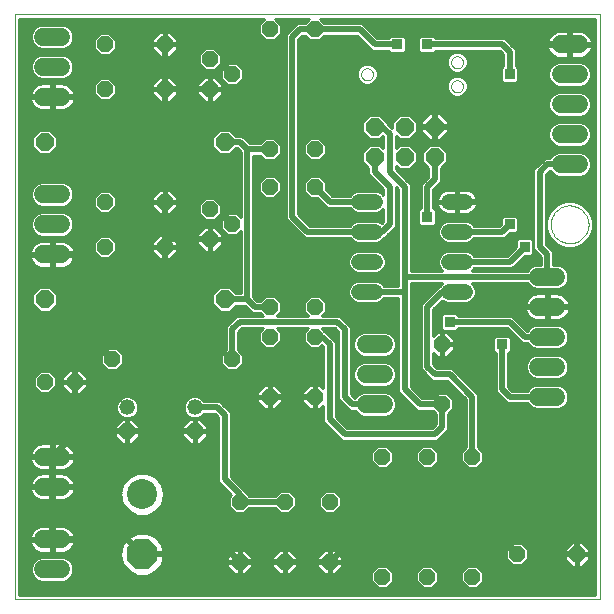
<source format=gbl>
G75*
G70*
%OFA0B0*%
%FSLAX24Y24*%
%IPPOS*%
%LPD*%
%AMOC8*
5,1,8,0,0,1.08239X$1,22.5*
%
%ADD10C,0.0000*%
%ADD11C,0.0600*%
%ADD12C,0.1000*%
%ADD13OC8,0.1000*%
%ADD14OC8,0.0520*%
%ADD15C,0.0520*%
%ADD16C,0.0520*%
%ADD17OC8,0.0600*%
%ADD18C,0.0200*%
%ADD19C,0.0100*%
%ADD20R,0.0356X0.0356*%
D10*
X003255Y000151D02*
X003255Y019651D01*
X022755Y019651D01*
X022755Y000151D01*
X003255Y000151D01*
X021125Y012651D02*
X021127Y012701D01*
X021133Y012751D01*
X021143Y012800D01*
X021157Y012848D01*
X021174Y012895D01*
X021195Y012940D01*
X021220Y012984D01*
X021248Y013025D01*
X021280Y013064D01*
X021314Y013101D01*
X021351Y013135D01*
X021391Y013165D01*
X021433Y013192D01*
X021477Y013216D01*
X021523Y013237D01*
X021570Y013253D01*
X021618Y013266D01*
X021668Y013275D01*
X021717Y013280D01*
X021768Y013281D01*
X021818Y013278D01*
X021867Y013271D01*
X021916Y013260D01*
X021964Y013245D01*
X022010Y013227D01*
X022055Y013205D01*
X022098Y013179D01*
X022139Y013150D01*
X022178Y013118D01*
X022214Y013083D01*
X022246Y013045D01*
X022276Y013005D01*
X022303Y012962D01*
X022326Y012918D01*
X022345Y012872D01*
X022361Y012824D01*
X022373Y012775D01*
X022381Y012726D01*
X022385Y012676D01*
X022385Y012626D01*
X022381Y012576D01*
X022373Y012527D01*
X022361Y012478D01*
X022345Y012430D01*
X022326Y012384D01*
X022303Y012340D01*
X022276Y012297D01*
X022246Y012257D01*
X022214Y012219D01*
X022178Y012184D01*
X022139Y012152D01*
X022098Y012123D01*
X022055Y012097D01*
X022010Y012075D01*
X021964Y012057D01*
X021916Y012042D01*
X021867Y012031D01*
X021818Y012024D01*
X021768Y012021D01*
X021717Y012022D01*
X021668Y012027D01*
X021618Y012036D01*
X021570Y012049D01*
X021523Y012065D01*
X021477Y012086D01*
X021433Y012110D01*
X021391Y012137D01*
X021351Y012167D01*
X021314Y012201D01*
X021280Y012238D01*
X021248Y012277D01*
X021220Y012318D01*
X021195Y012362D01*
X021174Y012407D01*
X021157Y012454D01*
X021143Y012502D01*
X021133Y012551D01*
X021127Y012601D01*
X021125Y012651D01*
X017805Y017251D02*
X017807Y017279D01*
X017813Y017306D01*
X017822Y017332D01*
X017835Y017357D01*
X017852Y017380D01*
X017871Y017400D01*
X017893Y017417D01*
X017917Y017431D01*
X017943Y017441D01*
X017970Y017448D01*
X017998Y017451D01*
X018026Y017450D01*
X018053Y017445D01*
X018080Y017436D01*
X018105Y017424D01*
X018128Y017409D01*
X018149Y017390D01*
X018167Y017369D01*
X018182Y017345D01*
X018193Y017319D01*
X018201Y017293D01*
X018205Y017265D01*
X018205Y017237D01*
X018201Y017209D01*
X018193Y017183D01*
X018182Y017157D01*
X018167Y017133D01*
X018149Y017112D01*
X018128Y017093D01*
X018105Y017078D01*
X018080Y017066D01*
X018053Y017057D01*
X018026Y017052D01*
X017998Y017051D01*
X017970Y017054D01*
X017943Y017061D01*
X017917Y017071D01*
X017893Y017085D01*
X017871Y017102D01*
X017852Y017122D01*
X017835Y017145D01*
X017822Y017170D01*
X017813Y017196D01*
X017807Y017223D01*
X017805Y017251D01*
X017805Y018051D02*
X017807Y018079D01*
X017813Y018106D01*
X017822Y018132D01*
X017835Y018157D01*
X017852Y018180D01*
X017871Y018200D01*
X017893Y018217D01*
X017917Y018231D01*
X017943Y018241D01*
X017970Y018248D01*
X017998Y018251D01*
X018026Y018250D01*
X018053Y018245D01*
X018080Y018236D01*
X018105Y018224D01*
X018128Y018209D01*
X018149Y018190D01*
X018167Y018169D01*
X018182Y018145D01*
X018193Y018119D01*
X018201Y018093D01*
X018205Y018065D01*
X018205Y018037D01*
X018201Y018009D01*
X018193Y017983D01*
X018182Y017957D01*
X018167Y017933D01*
X018149Y017912D01*
X018128Y017893D01*
X018105Y017878D01*
X018080Y017866D01*
X018053Y017857D01*
X018026Y017852D01*
X017998Y017851D01*
X017970Y017854D01*
X017943Y017861D01*
X017917Y017871D01*
X017893Y017885D01*
X017871Y017902D01*
X017852Y017922D01*
X017835Y017945D01*
X017822Y017970D01*
X017813Y017996D01*
X017807Y018023D01*
X017805Y018051D01*
X014805Y017651D02*
X014807Y017679D01*
X014813Y017706D01*
X014822Y017732D01*
X014835Y017757D01*
X014852Y017780D01*
X014871Y017800D01*
X014893Y017817D01*
X014917Y017831D01*
X014943Y017841D01*
X014970Y017848D01*
X014998Y017851D01*
X015026Y017850D01*
X015053Y017845D01*
X015080Y017836D01*
X015105Y017824D01*
X015128Y017809D01*
X015149Y017790D01*
X015167Y017769D01*
X015182Y017745D01*
X015193Y017719D01*
X015201Y017693D01*
X015205Y017665D01*
X015205Y017637D01*
X015201Y017609D01*
X015193Y017583D01*
X015182Y017557D01*
X015167Y017533D01*
X015149Y017512D01*
X015128Y017493D01*
X015105Y017478D01*
X015080Y017466D01*
X015053Y017457D01*
X015026Y017452D01*
X014998Y017451D01*
X014970Y017454D01*
X014943Y017461D01*
X014917Y017471D01*
X014893Y017485D01*
X014871Y017502D01*
X014852Y017522D01*
X014835Y017545D01*
X014822Y017570D01*
X014813Y017596D01*
X014807Y017623D01*
X014805Y017651D01*
D11*
X021455Y017651D02*
X022055Y017651D01*
X022055Y016651D02*
X021455Y016651D01*
X021455Y015651D02*
X022055Y015651D01*
X022055Y014651D02*
X021455Y014651D01*
X021305Y010901D02*
X020705Y010901D01*
X020705Y009901D02*
X021305Y009901D01*
X021305Y008901D02*
X020705Y008901D01*
X020705Y007901D02*
X021305Y007901D01*
X021305Y006901D02*
X020705Y006901D01*
X015555Y006651D02*
X014955Y006651D01*
X014955Y007651D02*
X015555Y007651D01*
X015555Y008651D02*
X014955Y008651D01*
X004805Y011651D02*
X004205Y011651D01*
X004205Y012651D02*
X004805Y012651D01*
X004805Y013651D02*
X004205Y013651D01*
X004205Y016901D02*
X004805Y016901D01*
X004805Y017901D02*
X004205Y017901D01*
X004205Y018901D02*
X004805Y018901D01*
X004805Y004901D02*
X004205Y004901D01*
X004205Y003901D02*
X004805Y003901D01*
X004805Y002151D02*
X004205Y002151D01*
X004205Y001151D02*
X004805Y001151D01*
X021455Y018651D02*
X022055Y018651D01*
D12*
X007505Y003651D03*
D13*
X007505Y001651D03*
D14*
X010755Y001401D03*
X012255Y001401D03*
X013755Y001401D03*
X015505Y000901D03*
X017005Y000901D03*
X018505Y000901D03*
X020005Y001651D03*
X022005Y001651D03*
X018505Y004901D03*
X017005Y004901D03*
X015505Y004901D03*
X013755Y003401D03*
X012255Y003401D03*
X010755Y003401D03*
X009255Y005751D03*
X007005Y005751D03*
X005255Y007401D03*
X004255Y007401D03*
X006505Y008151D03*
X010505Y008151D03*
X011755Y008901D03*
X011755Y009901D03*
X013255Y009901D03*
X013255Y008901D03*
X013255Y006901D03*
X011755Y006901D03*
X017505Y006651D03*
X017505Y008651D03*
X013255Y013901D03*
X013255Y015151D03*
X011755Y015151D03*
X011755Y013901D03*
X010505Y012651D03*
X009755Y012151D03*
X009755Y013151D03*
X008255Y013401D03*
X008255Y011901D03*
X006255Y011901D03*
X006255Y013401D03*
X006255Y017151D03*
X006255Y018651D03*
X008255Y018651D03*
X009755Y018151D03*
X010505Y017651D03*
X009755Y017151D03*
X008255Y017151D03*
X011755Y019151D03*
X013255Y019151D03*
D15*
X009255Y006551D03*
X007005Y006551D03*
D16*
X014745Y010401D02*
X015265Y010401D01*
X015265Y011401D02*
X014745Y011401D01*
X014745Y012401D02*
X015265Y012401D01*
X015265Y013401D02*
X014745Y013401D01*
X017745Y013401D02*
X018265Y013401D01*
X018265Y012401D02*
X017745Y012401D01*
X017745Y011401D02*
X018265Y011401D01*
X018265Y010401D02*
X017745Y010401D01*
D17*
X017255Y014901D03*
X016255Y014901D03*
X015255Y014901D03*
X015255Y015901D03*
X016255Y015901D03*
X017255Y015901D03*
X010255Y015401D03*
X010255Y010151D03*
X004255Y010151D03*
X004255Y015401D03*
D18*
X005505Y016151D02*
X008005Y016151D01*
X008255Y016401D01*
X008255Y017151D01*
X009755Y017151D01*
X008255Y017151D02*
X008255Y018651D01*
X005505Y016901D02*
X005505Y016151D01*
X005505Y011901D01*
X005255Y011651D01*
X004505Y011651D01*
X005255Y011651D02*
X005255Y011151D01*
X008005Y011151D01*
X008255Y011401D01*
X008255Y011901D01*
X008255Y012151D01*
X008255Y013401D01*
X008255Y012151D02*
X009755Y012151D01*
X010255Y010151D02*
X011005Y010151D01*
X011005Y015151D01*
X010755Y015401D01*
X010255Y015401D01*
X011005Y015151D02*
X011755Y015151D01*
X013255Y013901D02*
X013755Y013401D01*
X015005Y013401D01*
X015755Y013901D02*
X015755Y012651D01*
X015505Y012401D01*
X015005Y012401D01*
X013005Y012401D01*
X012505Y012901D01*
X012505Y018901D01*
X012755Y019151D01*
X013255Y019151D01*
X014755Y019151D01*
X015255Y018651D01*
X016005Y018651D01*
X017005Y018651D02*
X019505Y018651D01*
X019755Y018401D01*
X019755Y017651D01*
X020505Y018401D02*
X020505Y015901D01*
X019755Y015901D01*
X017255Y015901D01*
X017255Y014901D02*
X017255Y014151D01*
X017005Y013901D01*
X017005Y012901D01*
X018005Y012401D02*
X019505Y012401D01*
X019755Y012651D01*
X020255Y011901D02*
X019755Y011401D01*
X018005Y011401D01*
X018005Y010401D02*
X017505Y010401D01*
X017005Y009901D01*
X017005Y007901D01*
X017255Y007651D01*
X017755Y007651D01*
X018505Y006901D01*
X018505Y004901D01*
X017505Y005901D02*
X017505Y006651D01*
X016755Y006651D01*
X016255Y007151D01*
X016255Y010901D01*
X016255Y013901D01*
X015755Y014401D01*
X015755Y015651D01*
X015505Y015901D01*
X015255Y015901D01*
X015255Y014901D02*
X015255Y014401D01*
X015755Y013901D01*
X018005Y013401D02*
X019505Y013401D01*
X019755Y013651D01*
X019755Y015901D01*
X021005Y014651D02*
X020755Y014401D01*
X020755Y011901D01*
X021005Y011651D01*
X021005Y010901D01*
X016255Y010901D01*
X016255Y010401D02*
X015005Y010401D01*
X014005Y009401D02*
X014255Y009151D01*
X014255Y006901D01*
X014505Y006651D01*
X015255Y006651D01*
X014255Y005651D02*
X017255Y005651D01*
X017505Y005901D01*
X019505Y007151D02*
X019755Y006901D01*
X021005Y006901D01*
X019505Y007151D02*
X019505Y008651D01*
X020255Y008901D02*
X019755Y009401D01*
X017755Y009401D01*
X020255Y008901D02*
X021005Y008901D01*
X021005Y009901D02*
X021755Y009901D01*
X022005Y009651D01*
X022005Y001651D01*
X021255Y001651D01*
X020505Y002401D01*
X014755Y002401D01*
X013755Y001401D01*
X012255Y001401D01*
X010755Y001401D01*
X010505Y001651D01*
X007505Y001651D01*
X007005Y002151D01*
X004505Y002151D01*
X004505Y003901D01*
X004505Y004901D01*
X005355Y005751D01*
X005255Y005851D01*
X005255Y007401D01*
X005255Y011151D01*
X010505Y009151D02*
X010505Y008151D01*
X010505Y009151D02*
X010755Y009401D01*
X014005Y009401D01*
X013505Y008901D02*
X013755Y008651D01*
X013755Y006151D01*
X014255Y005651D01*
X013255Y006901D02*
X011755Y006901D01*
X010255Y006301D02*
X010005Y006551D01*
X009255Y006551D01*
X009255Y005751D02*
X007005Y005751D01*
X005355Y005751D01*
X010255Y006301D02*
X010255Y004151D01*
X010755Y003651D01*
X010755Y003401D01*
X012255Y003401D01*
X013255Y008901D02*
X013505Y008901D01*
X011755Y009901D02*
X011255Y009901D01*
X011005Y010151D01*
X005505Y016901D02*
X004505Y016901D01*
X020505Y018401D02*
X020755Y018651D01*
X021755Y018651D01*
X021755Y014651D02*
X021005Y014651D01*
D19*
X020891Y014834D02*
X017665Y014834D01*
X017665Y014736D02*
X020793Y014736D01*
X020694Y014637D02*
X017571Y014637D01*
X017665Y014731D02*
X017465Y014531D01*
X017465Y014238D01*
X017465Y014064D01*
X017215Y013814D01*
X017215Y013189D01*
X017229Y013189D01*
X017294Y013125D01*
X017294Y012677D01*
X017229Y012613D01*
X016782Y012613D01*
X016717Y012677D01*
X016717Y013125D01*
X016782Y013189D01*
X016795Y013189D01*
X016795Y013988D01*
X016918Y014111D01*
X017045Y014238D01*
X017045Y014531D01*
X016845Y014731D01*
X016845Y015071D01*
X017086Y015311D01*
X017425Y015311D01*
X017665Y015071D01*
X017665Y014731D01*
X017665Y014933D02*
X021157Y014933D01*
X021108Y014883D02*
X021099Y014861D01*
X021092Y014861D01*
X020918Y014861D01*
X020668Y014611D01*
X020545Y014488D01*
X020545Y011988D01*
X020545Y011814D01*
X020795Y011564D01*
X020795Y011311D01*
X020624Y011311D01*
X020473Y011249D01*
X020358Y011133D01*
X020349Y011111D01*
X018499Y011111D01*
X018579Y011191D01*
X019668Y011191D01*
X019842Y011191D01*
X020264Y011613D01*
X020479Y011613D01*
X020544Y011677D01*
X020544Y012125D01*
X020479Y012189D01*
X020032Y012189D01*
X019967Y012125D01*
X019967Y011910D01*
X019668Y011611D01*
X018579Y011611D01*
X018475Y011715D01*
X018339Y011771D01*
X017672Y011771D01*
X017536Y011715D01*
X017432Y011611D01*
X017375Y011475D01*
X017375Y011328D01*
X017432Y011192D01*
X017512Y011111D01*
X016465Y011111D01*
X016465Y013988D01*
X016342Y014111D01*
X015965Y014488D01*
X015965Y014611D01*
X016086Y014491D01*
X016425Y014491D01*
X016665Y014731D01*
X016665Y015071D01*
X016425Y015311D01*
X016086Y015311D01*
X015965Y015191D01*
X015965Y015611D01*
X016086Y015491D01*
X016425Y015491D01*
X016665Y015731D01*
X016665Y016071D01*
X016425Y016311D01*
X016086Y016311D01*
X015845Y016071D01*
X015845Y015858D01*
X015842Y015861D01*
X015665Y016038D01*
X015665Y016071D01*
X015425Y016311D01*
X015086Y016311D01*
X014845Y016071D01*
X014845Y015731D01*
X015086Y015491D01*
X015425Y015491D01*
X015522Y015588D01*
X015545Y015564D01*
X015545Y015191D01*
X015425Y015311D01*
X015086Y015311D01*
X014845Y015071D01*
X014845Y014731D01*
X015045Y014531D01*
X015045Y014488D01*
X015045Y014314D01*
X015545Y013814D01*
X015545Y013644D01*
X015475Y013715D01*
X015339Y013771D01*
X014672Y013771D01*
X014536Y013715D01*
X014432Y013611D01*
X013842Y013611D01*
X013625Y013828D01*
X013625Y014054D01*
X013409Y014271D01*
X013102Y014271D01*
X012885Y014054D01*
X012885Y013748D01*
X013102Y013531D01*
X013328Y013531D01*
X013668Y013191D01*
X013842Y013191D01*
X014432Y013191D01*
X014536Y013088D01*
X014672Y013031D01*
X015339Y013031D01*
X015475Y013088D01*
X015545Y013158D01*
X015545Y012738D01*
X015499Y012691D01*
X015475Y012715D01*
X015339Y012771D01*
X014672Y012771D01*
X014536Y012715D01*
X014432Y012611D01*
X013092Y012611D01*
X012715Y012988D01*
X012715Y018814D01*
X012842Y018941D01*
X012942Y018941D01*
X013102Y018781D01*
X013409Y018781D01*
X013569Y018941D01*
X014668Y018941D01*
X015168Y018441D01*
X015342Y018441D01*
X015717Y018441D01*
X015717Y018427D01*
X015782Y018363D01*
X016229Y018363D01*
X016294Y018427D01*
X016294Y018875D01*
X016229Y018939D01*
X015782Y018939D01*
X015717Y018875D01*
X015717Y018861D01*
X015342Y018861D01*
X014965Y019238D01*
X014842Y019361D01*
X013569Y019361D01*
X013429Y019501D01*
X022605Y019501D01*
X022605Y000301D01*
X003405Y000301D01*
X003405Y019501D01*
X011582Y019501D01*
X011385Y019304D01*
X011385Y018998D01*
X011602Y018781D01*
X011909Y018781D01*
X012125Y018998D01*
X012125Y019304D01*
X011929Y019501D01*
X013082Y019501D01*
X012942Y019361D01*
X012668Y019361D01*
X012545Y019238D01*
X012295Y018988D01*
X012295Y018814D01*
X012295Y012814D01*
X012418Y012691D01*
X012918Y012191D01*
X013092Y012191D01*
X014432Y012191D01*
X014536Y012088D01*
X014672Y012031D01*
X015339Y012031D01*
X015475Y012088D01*
X015579Y012191D01*
X015592Y012191D01*
X015715Y012314D01*
X015965Y012564D01*
X015965Y012738D01*
X015965Y013894D01*
X016045Y013814D01*
X016045Y010988D01*
X016045Y010611D01*
X015579Y010611D01*
X015475Y010715D01*
X015339Y010771D01*
X014672Y010771D01*
X014536Y010715D01*
X014432Y010611D01*
X014375Y010475D01*
X014375Y010328D01*
X014432Y010192D01*
X014536Y010088D01*
X014672Y010031D01*
X015339Y010031D01*
X015475Y010088D01*
X015579Y010191D01*
X016045Y010191D01*
X016045Y007238D01*
X016045Y007064D01*
X016668Y006441D01*
X016842Y006441D01*
X017192Y006441D01*
X017295Y006338D01*
X017295Y005988D01*
X017168Y005861D01*
X014342Y005861D01*
X013965Y006238D01*
X013965Y008738D01*
X013842Y008861D01*
X013592Y009111D01*
X013569Y009111D01*
X013489Y009191D01*
X013918Y009191D01*
X014045Y009064D01*
X014045Y006814D01*
X014168Y006691D01*
X014295Y006564D01*
X014418Y006441D01*
X014599Y006441D01*
X014608Y006419D01*
X014723Y006304D01*
X014874Y006241D01*
X015637Y006241D01*
X015788Y006304D01*
X015903Y006419D01*
X015965Y006570D01*
X015965Y006733D01*
X015903Y006883D01*
X015788Y006999D01*
X015637Y007061D01*
X014874Y007061D01*
X014723Y006999D01*
X014608Y006883D01*
X014599Y006861D01*
X014592Y006861D01*
X014465Y006988D01*
X014465Y009238D01*
X014342Y009361D01*
X014092Y009611D01*
X013918Y009611D01*
X013489Y009611D01*
X016045Y009611D01*
X016045Y009513D02*
X014191Y009513D01*
X014289Y009414D02*
X016045Y009414D01*
X016045Y009316D02*
X014388Y009316D01*
X014465Y009217D02*
X016045Y009217D01*
X016045Y009119D02*
X014465Y009119D01*
X014465Y009020D02*
X014775Y009020D01*
X014723Y008999D02*
X014608Y008883D01*
X014545Y008733D01*
X014545Y008570D01*
X014608Y008419D01*
X014723Y008304D01*
X014874Y008241D01*
X015637Y008241D01*
X015788Y008304D01*
X015903Y008419D01*
X015965Y008570D01*
X015965Y008733D01*
X015903Y008883D01*
X015788Y008999D01*
X015637Y009061D01*
X014874Y009061D01*
X014723Y008999D01*
X014646Y008922D02*
X014465Y008922D01*
X014465Y008823D02*
X014583Y008823D01*
X014545Y008724D02*
X014465Y008724D01*
X014465Y008626D02*
X014545Y008626D01*
X014563Y008527D02*
X014465Y008527D01*
X014465Y008429D02*
X014604Y008429D01*
X014696Y008330D02*
X014465Y008330D01*
X014465Y008232D02*
X016045Y008232D01*
X016045Y008330D02*
X015814Y008330D01*
X015907Y008429D02*
X016045Y008429D01*
X016045Y008527D02*
X015948Y008527D01*
X015965Y008626D02*
X016045Y008626D01*
X016045Y008724D02*
X015965Y008724D01*
X015928Y008823D02*
X016045Y008823D01*
X016045Y008922D02*
X015865Y008922D01*
X015736Y009020D02*
X016045Y009020D01*
X016465Y009020D02*
X016795Y009020D01*
X016795Y008922D02*
X016465Y008922D01*
X016465Y008823D02*
X016795Y008823D01*
X016795Y008724D02*
X016465Y008724D01*
X016465Y008626D02*
X016795Y008626D01*
X016795Y008527D02*
X016465Y008527D01*
X016465Y008429D02*
X016795Y008429D01*
X016795Y008330D02*
X016465Y008330D01*
X016465Y008232D02*
X016795Y008232D01*
X016795Y008133D02*
X016465Y008133D01*
X016465Y008035D02*
X016795Y008035D01*
X016795Y007936D02*
X016465Y007936D01*
X016465Y007838D02*
X016795Y007838D01*
X016795Y007814D02*
X016918Y007691D01*
X017168Y007441D01*
X017342Y007441D01*
X017668Y007441D01*
X018295Y006814D01*
X018295Y005214D01*
X018135Y005054D01*
X018135Y004748D01*
X018352Y004531D01*
X018659Y004531D01*
X018875Y004748D01*
X018875Y005054D01*
X018715Y005214D01*
X018715Y006814D01*
X018715Y006988D01*
X017965Y007738D01*
X017842Y007861D01*
X017342Y007861D01*
X017215Y007988D01*
X017215Y008361D01*
X017336Y008241D01*
X017475Y008241D01*
X017475Y008621D01*
X017535Y008621D01*
X017535Y008241D01*
X017675Y008241D01*
X017915Y008481D01*
X017915Y008621D01*
X017536Y008621D01*
X017536Y008681D01*
X017915Y008681D01*
X017915Y008821D01*
X017675Y009061D01*
X017535Y009061D01*
X017535Y008681D01*
X017475Y008681D01*
X017475Y009061D01*
X017336Y009061D01*
X017215Y008941D01*
X017215Y009814D01*
X017512Y010111D01*
X017536Y010088D01*
X017672Y010031D01*
X018339Y010031D01*
X018475Y010088D01*
X018579Y010192D01*
X018635Y010328D01*
X018635Y010475D01*
X018579Y010611D01*
X018499Y010691D01*
X020349Y010691D01*
X020358Y010669D01*
X020473Y010554D01*
X020624Y010491D01*
X021387Y010491D01*
X021538Y010554D01*
X021653Y010669D01*
X021715Y010820D01*
X021715Y010983D01*
X021653Y011133D01*
X021538Y011249D01*
X021387Y011311D01*
X021215Y011311D01*
X021215Y011738D01*
X021092Y011861D01*
X020965Y011988D01*
X020965Y014314D01*
X021092Y014441D01*
X021099Y014441D01*
X021108Y014419D01*
X021223Y014304D01*
X021374Y014241D01*
X022137Y014241D01*
X022288Y014304D01*
X022403Y014419D01*
X022465Y014570D01*
X022465Y014733D01*
X022403Y014883D01*
X022288Y014999D01*
X022137Y015061D01*
X021374Y015061D01*
X021223Y014999D01*
X021108Y014883D01*
X021302Y015031D02*
X017665Y015031D01*
X017607Y015130D02*
X022605Y015130D01*
X022605Y015228D02*
X017508Y015228D01*
X017442Y015451D02*
X017305Y015451D01*
X017305Y015851D01*
X017205Y015851D01*
X016805Y015851D01*
X016805Y015715D01*
X017069Y015451D01*
X017205Y015451D01*
X017205Y015851D01*
X017205Y015951D01*
X016805Y015951D01*
X016805Y016088D01*
X017069Y016351D01*
X017205Y016351D01*
X017205Y015951D01*
X017305Y015951D01*
X017305Y016351D01*
X017442Y016351D01*
X017705Y016088D01*
X017705Y015951D01*
X017306Y015951D01*
X017306Y015851D01*
X017705Y015851D01*
X017705Y015715D01*
X017442Y015451D01*
X017515Y015524D02*
X021064Y015524D01*
X021045Y015570D02*
X021108Y015419D01*
X021223Y015304D01*
X021374Y015241D01*
X022137Y015241D01*
X022288Y015304D01*
X022403Y015419D01*
X022465Y015570D01*
X022465Y015733D01*
X022403Y015883D01*
X022288Y015999D01*
X022137Y016061D01*
X021374Y016061D01*
X021223Y015999D01*
X021108Y015883D01*
X021045Y015733D01*
X021045Y015570D01*
X021045Y015622D02*
X017613Y015622D01*
X017705Y015721D02*
X021045Y015721D01*
X021081Y015820D02*
X017705Y015820D01*
X017705Y016017D02*
X021266Y016017D01*
X021143Y015918D02*
X017306Y015918D01*
X017305Y015820D02*
X017205Y015820D01*
X017205Y015918D02*
X016665Y015918D01*
X016665Y015820D02*
X016805Y015820D01*
X016805Y015721D02*
X016655Y015721D01*
X016557Y015622D02*
X016898Y015622D01*
X016996Y015524D02*
X016458Y015524D01*
X016053Y015524D02*
X015965Y015524D01*
X015965Y015425D02*
X021105Y015425D01*
X021200Y015327D02*
X015965Y015327D01*
X015965Y015228D02*
X016003Y015228D01*
X015545Y015228D02*
X015508Y015228D01*
X015545Y015327D02*
X013603Y015327D01*
X013625Y015304D02*
X013409Y015521D01*
X013102Y015521D01*
X012885Y015304D01*
X012885Y014998D01*
X013102Y014781D01*
X013409Y014781D01*
X013625Y014998D01*
X013625Y015304D01*
X013625Y015228D02*
X015003Y015228D01*
X014904Y015130D02*
X013625Y015130D01*
X013625Y015031D02*
X014845Y015031D01*
X014845Y014933D02*
X013560Y014933D01*
X013462Y014834D02*
X014845Y014834D01*
X014845Y014736D02*
X012715Y014736D01*
X012715Y014834D02*
X013049Y014834D01*
X012951Y014933D02*
X012715Y014933D01*
X012715Y015031D02*
X012885Y015031D01*
X012885Y015130D02*
X012715Y015130D01*
X012715Y015228D02*
X012885Y015228D01*
X012908Y015327D02*
X012715Y015327D01*
X012715Y015425D02*
X013006Y015425D01*
X012715Y015524D02*
X015053Y015524D01*
X014954Y015622D02*
X012715Y015622D01*
X012715Y015721D02*
X014856Y015721D01*
X014845Y015820D02*
X012715Y015820D01*
X012715Y015918D02*
X014845Y015918D01*
X014845Y016017D02*
X012715Y016017D01*
X012715Y016115D02*
X014890Y016115D01*
X014988Y016214D02*
X012715Y016214D01*
X012715Y016312D02*
X017030Y016312D01*
X016932Y016214D02*
X016523Y016214D01*
X016621Y016115D02*
X016833Y016115D01*
X016805Y016017D02*
X016665Y016017D01*
X017205Y016017D02*
X017305Y016017D01*
X017305Y016115D02*
X017205Y016115D01*
X017205Y016214D02*
X017305Y016214D01*
X017305Y016312D02*
X017205Y016312D01*
X017481Y016312D02*
X021214Y016312D01*
X021223Y016304D02*
X021374Y016241D01*
X022137Y016241D01*
X022288Y016304D01*
X022403Y016419D01*
X022465Y016570D01*
X022465Y016733D01*
X022403Y016883D01*
X022288Y016999D01*
X022137Y017061D01*
X021374Y017061D01*
X021223Y016999D01*
X021108Y016883D01*
X021045Y016733D01*
X021045Y016570D01*
X021108Y016419D01*
X021223Y016304D01*
X021116Y016411D02*
X012715Y016411D01*
X012715Y016509D02*
X021070Y016509D01*
X021045Y016608D02*
X012715Y016608D01*
X012715Y016706D02*
X021045Y016706D01*
X021075Y016805D02*
X012715Y016805D01*
X012715Y016904D02*
X017930Y016904D01*
X017936Y016901D02*
X018075Y016901D01*
X018204Y016954D01*
X018302Y017053D01*
X018355Y017182D01*
X018355Y017321D01*
X018302Y017449D01*
X018204Y017548D01*
X018075Y017601D01*
X017936Y017601D01*
X017807Y017548D01*
X017709Y017449D01*
X017655Y017321D01*
X017655Y017182D01*
X017709Y017053D01*
X017807Y016954D01*
X017936Y016901D01*
X018081Y016904D02*
X021128Y016904D01*
X021231Y017002D02*
X018251Y017002D01*
X018322Y017101D02*
X022605Y017101D01*
X022605Y017199D02*
X018355Y017199D01*
X018355Y017298D02*
X021237Y017298D01*
X021223Y017304D02*
X021374Y017241D01*
X022137Y017241D01*
X022288Y017304D01*
X022403Y017419D01*
X022465Y017570D01*
X022465Y017733D01*
X022403Y017883D01*
X022288Y017999D01*
X022137Y018061D01*
X021374Y018061D01*
X021223Y017999D01*
X021108Y017883D01*
X021045Y017733D01*
X021045Y017570D01*
X021108Y017419D01*
X021223Y017304D01*
X021131Y017396D02*
X020012Y017396D01*
X020044Y017427D02*
X019979Y017363D01*
X019532Y017363D01*
X019467Y017427D01*
X019467Y017875D01*
X019532Y017939D01*
X019545Y017939D01*
X019545Y018314D01*
X019418Y018441D01*
X017294Y018441D01*
X017294Y018427D01*
X017229Y018363D01*
X016782Y018363D01*
X016717Y018427D01*
X016717Y018875D01*
X016782Y018939D01*
X017229Y018939D01*
X017294Y018875D01*
X017294Y018861D01*
X019418Y018861D01*
X019592Y018861D01*
X019842Y018611D01*
X019965Y018488D01*
X019965Y017939D01*
X019979Y017939D01*
X020044Y017875D01*
X020044Y017427D01*
X020044Y017495D02*
X021076Y017495D01*
X021045Y017593D02*
X020044Y017593D01*
X020044Y017692D02*
X021045Y017692D01*
X021069Y017790D02*
X020044Y017790D01*
X020029Y017889D02*
X021113Y017889D01*
X021212Y017988D02*
X019965Y017988D01*
X019965Y018086D02*
X022605Y018086D01*
X022605Y017988D02*
X022299Y017988D01*
X022397Y017889D02*
X022605Y017889D01*
X022605Y017790D02*
X022441Y017790D01*
X022465Y017692D02*
X022605Y017692D01*
X022605Y017593D02*
X022465Y017593D01*
X022434Y017495D02*
X022605Y017495D01*
X022605Y017396D02*
X022380Y017396D01*
X022273Y017298D02*
X022605Y017298D01*
X022605Y017002D02*
X022280Y017002D01*
X022383Y016904D02*
X022605Y016904D01*
X022605Y016805D02*
X022435Y016805D01*
X022465Y016706D02*
X022605Y016706D01*
X022605Y016608D02*
X022465Y016608D01*
X022440Y016509D02*
X022605Y016509D01*
X022605Y016411D02*
X022395Y016411D01*
X022296Y016312D02*
X022605Y016312D01*
X022605Y016214D02*
X017579Y016214D01*
X017678Y016115D02*
X022605Y016115D01*
X022605Y016017D02*
X022244Y016017D01*
X022368Y015918D02*
X022605Y015918D01*
X022605Y015820D02*
X022429Y015820D01*
X022465Y015721D02*
X022605Y015721D01*
X022605Y015622D02*
X022465Y015622D01*
X022446Y015524D02*
X022605Y015524D01*
X022605Y015425D02*
X022406Y015425D01*
X022311Y015327D02*
X022605Y015327D01*
X022605Y015031D02*
X022209Y015031D01*
X022354Y014933D02*
X022605Y014933D01*
X022605Y014834D02*
X022423Y014834D01*
X022464Y014736D02*
X022605Y014736D01*
X022605Y014637D02*
X022465Y014637D01*
X022452Y014539D02*
X022605Y014539D01*
X022605Y014440D02*
X022412Y014440D01*
X022325Y014341D02*
X022605Y014341D01*
X022605Y014243D02*
X022141Y014243D01*
X022605Y014144D02*
X020965Y014144D01*
X020965Y014046D02*
X022605Y014046D01*
X022605Y013947D02*
X020965Y013947D01*
X020965Y013849D02*
X022605Y013849D01*
X022605Y013750D02*
X020965Y013750D01*
X020965Y013652D02*
X022605Y013652D01*
X022605Y013553D02*
X020965Y013553D01*
X020965Y013455D02*
X022605Y013455D01*
X022605Y013356D02*
X022092Y013356D01*
X022197Y013312D02*
X021911Y013431D01*
X021600Y013431D01*
X021314Y013312D01*
X021094Y013093D01*
X020976Y012806D01*
X020976Y012496D01*
X021094Y012209D01*
X021314Y011990D01*
X021600Y011871D01*
X021911Y011871D01*
X022197Y011990D01*
X022417Y012209D01*
X022535Y012496D01*
X022535Y012806D01*
X022417Y013093D01*
X022197Y013312D01*
X022252Y013257D02*
X022605Y013257D01*
X022605Y013159D02*
X022351Y013159D01*
X022430Y013060D02*
X022605Y013060D01*
X022605Y012962D02*
X022471Y012962D01*
X022512Y012863D02*
X022605Y012863D01*
X022605Y012765D02*
X022535Y012765D01*
X022535Y012666D02*
X022605Y012666D01*
X022605Y012568D02*
X022535Y012568D01*
X022524Y012469D02*
X022605Y012469D01*
X022605Y012371D02*
X022483Y012371D01*
X022443Y012272D02*
X022605Y012272D01*
X022605Y012173D02*
X022381Y012173D01*
X022282Y012075D02*
X022605Y012075D01*
X022605Y011976D02*
X022164Y011976D01*
X021926Y011878D02*
X022605Y011878D01*
X022605Y011779D02*
X021174Y011779D01*
X021215Y011681D02*
X022605Y011681D01*
X022605Y011582D02*
X021215Y011582D01*
X021215Y011484D02*
X022605Y011484D01*
X022605Y011385D02*
X021215Y011385D01*
X021446Y011287D02*
X022605Y011287D01*
X022605Y011188D02*
X021598Y011188D01*
X021671Y011089D02*
X022605Y011089D01*
X022605Y010991D02*
X021712Y010991D01*
X021715Y010892D02*
X022605Y010892D01*
X022605Y010794D02*
X021705Y010794D01*
X021664Y010695D02*
X022605Y010695D01*
X022605Y010597D02*
X021581Y010597D01*
X021404Y010498D02*
X022605Y010498D01*
X022605Y010400D02*
X018635Y010400D01*
X018626Y010498D02*
X020607Y010498D01*
X020600Y010340D02*
X020533Y010318D01*
X020470Y010286D01*
X020412Y010244D01*
X020362Y010194D01*
X020321Y010137D01*
X020288Y010074D01*
X020266Y010007D01*
X020258Y009951D01*
X020955Y009951D01*
X020955Y009851D01*
X020258Y009851D01*
X020266Y009796D01*
X020288Y009728D01*
X020321Y009665D01*
X020362Y009608D01*
X020412Y009558D01*
X020470Y009516D01*
X020533Y009484D01*
X020600Y009462D01*
X020670Y009451D01*
X020955Y009451D01*
X020955Y009851D01*
X021055Y009851D01*
X021055Y009451D01*
X021341Y009451D01*
X021411Y009462D01*
X021478Y009484D01*
X021541Y009516D01*
X021599Y009558D01*
X021649Y009608D01*
X021690Y009665D01*
X021722Y009728D01*
X021744Y009796D01*
X021753Y009851D01*
X021056Y009851D01*
X021056Y009951D01*
X021753Y009951D01*
X021744Y010007D01*
X021722Y010074D01*
X021690Y010137D01*
X021649Y010194D01*
X021599Y010244D01*
X021541Y010286D01*
X021478Y010318D01*
X021411Y010340D01*
X021341Y010351D01*
X021055Y010351D01*
X021055Y009951D01*
X020955Y009951D01*
X020955Y010351D01*
X020670Y010351D01*
X020600Y010340D01*
X020499Y010301D02*
X018624Y010301D01*
X018584Y010203D02*
X020370Y010203D01*
X020304Y010104D02*
X018492Y010104D01*
X018585Y010597D02*
X020430Y010597D01*
X020955Y010301D02*
X021055Y010301D01*
X021055Y010203D02*
X020955Y010203D01*
X020955Y010104D02*
X021055Y010104D01*
X021055Y010006D02*
X020955Y010006D01*
X020955Y009907D02*
X017308Y009907D01*
X017215Y009808D02*
X020264Y009808D01*
X020298Y009710D02*
X017215Y009710D01*
X017215Y009611D02*
X017467Y009611D01*
X017467Y009625D02*
X017467Y009177D01*
X017532Y009113D01*
X017979Y009113D01*
X018044Y009177D01*
X018044Y009191D01*
X019668Y009191D01*
X020045Y008814D01*
X020168Y008691D01*
X020349Y008691D01*
X020358Y008669D01*
X020473Y008554D01*
X020624Y008491D01*
X021387Y008491D01*
X021538Y008554D01*
X021653Y008669D01*
X021715Y008820D01*
X021715Y008983D01*
X021653Y009133D01*
X021538Y009249D01*
X021387Y009311D01*
X020624Y009311D01*
X020473Y009249D01*
X020358Y009133D01*
X020349Y009111D01*
X020342Y009111D01*
X019842Y009611D01*
X019668Y009611D01*
X018044Y009611D01*
X018044Y009625D01*
X017979Y009689D01*
X017532Y009689D01*
X017467Y009625D01*
X017467Y009513D02*
X017215Y009513D01*
X017215Y009414D02*
X017467Y009414D01*
X017467Y009316D02*
X017215Y009316D01*
X017215Y009217D02*
X017467Y009217D01*
X017526Y009119D02*
X017215Y009119D01*
X017215Y009020D02*
X017295Y009020D01*
X017475Y009020D02*
X017535Y009020D01*
X017535Y008922D02*
X017475Y008922D01*
X017475Y008823D02*
X017535Y008823D01*
X017535Y008724D02*
X017475Y008724D01*
X017536Y008626D02*
X019217Y008626D01*
X019217Y008724D02*
X017915Y008724D01*
X017913Y008823D02*
X019217Y008823D01*
X019217Y008875D02*
X019217Y008427D01*
X019282Y008363D01*
X019295Y008363D01*
X019295Y007238D01*
X019295Y007064D01*
X019545Y006814D01*
X019668Y006691D01*
X020349Y006691D01*
X020358Y006669D01*
X020473Y006554D01*
X020624Y006491D01*
X021387Y006491D01*
X021538Y006554D01*
X021653Y006669D01*
X021715Y006820D01*
X021715Y006983D01*
X021653Y007133D01*
X021538Y007249D01*
X021387Y007311D01*
X020624Y007311D01*
X020473Y007249D01*
X020358Y007133D01*
X020349Y007111D01*
X019842Y007111D01*
X019715Y007238D01*
X019715Y008363D01*
X019729Y008363D01*
X019794Y008427D01*
X019794Y008875D01*
X019729Y008939D01*
X019282Y008939D01*
X019217Y008875D01*
X019264Y008922D02*
X017815Y008922D01*
X017716Y009020D02*
X019840Y009020D01*
X019747Y008922D02*
X019938Y008922D01*
X020037Y008823D02*
X019794Y008823D01*
X019794Y008724D02*
X020135Y008724D01*
X020401Y008626D02*
X019794Y008626D01*
X019794Y008527D02*
X020536Y008527D01*
X020624Y008311D02*
X020473Y008249D01*
X020358Y008133D01*
X019715Y008133D01*
X019715Y008035D02*
X020317Y008035D01*
X020295Y007983D02*
X020295Y007820D01*
X020358Y007669D01*
X020473Y007554D01*
X020624Y007491D01*
X021387Y007491D01*
X021538Y007554D01*
X021653Y007669D01*
X021715Y007820D01*
X021715Y007983D01*
X021653Y008133D01*
X022605Y008133D01*
X022605Y008035D02*
X021694Y008035D01*
X021715Y007936D02*
X022605Y007936D01*
X022605Y007838D02*
X021715Y007838D01*
X021682Y007739D02*
X022605Y007739D01*
X022605Y007640D02*
X021625Y007640D01*
X021509Y007542D02*
X022605Y007542D01*
X022605Y007443D02*
X019715Y007443D01*
X019715Y007345D02*
X022605Y007345D01*
X022605Y007246D02*
X021540Y007246D01*
X021639Y007148D02*
X022605Y007148D01*
X022605Y007049D02*
X021688Y007049D01*
X021715Y006951D02*
X022605Y006951D01*
X022605Y006852D02*
X021715Y006852D01*
X021688Y006754D02*
X022605Y006754D01*
X022605Y006655D02*
X021639Y006655D01*
X021541Y006556D02*
X022605Y006556D01*
X022605Y006458D02*
X018715Y006458D01*
X018715Y006556D02*
X020470Y006556D01*
X020372Y006655D02*
X018715Y006655D01*
X018715Y006754D02*
X019606Y006754D01*
X019507Y006852D02*
X018715Y006852D01*
X018715Y006951D02*
X019409Y006951D01*
X019310Y007049D02*
X018654Y007049D01*
X018556Y007148D02*
X019295Y007148D01*
X019295Y007246D02*
X018457Y007246D01*
X018359Y007345D02*
X019295Y007345D01*
X019295Y007443D02*
X018260Y007443D01*
X018162Y007542D02*
X019295Y007542D01*
X019295Y007640D02*
X018063Y007640D01*
X017965Y007738D02*
X017965Y007738D01*
X017965Y007739D02*
X019295Y007739D01*
X019295Y007838D02*
X017866Y007838D01*
X017765Y007345D02*
X016465Y007345D01*
X016465Y007443D02*
X017166Y007443D01*
X017068Y007542D02*
X016465Y007542D01*
X016465Y007640D02*
X016969Y007640D01*
X016871Y007739D02*
X016465Y007739D01*
X016045Y007739D02*
X015963Y007739D01*
X015965Y007733D02*
X015903Y007883D01*
X015788Y007999D01*
X015637Y008061D01*
X014874Y008061D01*
X014723Y007999D01*
X014608Y007883D01*
X014545Y007733D01*
X014545Y007570D01*
X014608Y007419D01*
X014723Y007304D01*
X014874Y007241D01*
X015637Y007241D01*
X015788Y007304D01*
X015903Y007419D01*
X015965Y007570D01*
X015965Y007733D01*
X015965Y007640D02*
X016045Y007640D01*
X016045Y007542D02*
X015954Y007542D01*
X015913Y007443D02*
X016045Y007443D01*
X016045Y007345D02*
X015829Y007345D01*
X015649Y007246D02*
X016045Y007246D01*
X016045Y007148D02*
X014465Y007148D01*
X014465Y007246D02*
X014861Y007246D01*
X014845Y007049D02*
X014465Y007049D01*
X014503Y006951D02*
X014675Y006951D01*
X014682Y007345D02*
X014465Y007345D01*
X014465Y007443D02*
X014598Y007443D01*
X014557Y007542D02*
X014465Y007542D01*
X014465Y007640D02*
X014545Y007640D01*
X014548Y007739D02*
X014465Y007739D01*
X014465Y007838D02*
X014589Y007838D01*
X014661Y007936D02*
X014465Y007936D01*
X014465Y008035D02*
X014810Y008035D01*
X014465Y008133D02*
X016045Y008133D01*
X016045Y008035D02*
X015701Y008035D01*
X015850Y007936D02*
X016045Y007936D01*
X016045Y007838D02*
X015922Y007838D01*
X016465Y007246D02*
X017863Y007246D01*
X017962Y007148D02*
X016556Y007148D01*
X016465Y007238D02*
X016465Y010314D01*
X016465Y010488D01*
X016465Y010691D01*
X017512Y010691D01*
X017432Y010611D01*
X017418Y010611D01*
X017295Y010488D01*
X016795Y009988D01*
X016795Y009814D01*
X016795Y007814D01*
X017215Y008035D02*
X019295Y008035D01*
X019295Y008133D02*
X017215Y008133D01*
X017215Y008232D02*
X019295Y008232D01*
X019295Y008330D02*
X017764Y008330D01*
X017863Y008429D02*
X019217Y008429D01*
X019217Y008527D02*
X017915Y008527D01*
X017535Y008527D02*
X017475Y008527D01*
X017475Y008429D02*
X017535Y008429D01*
X017535Y008330D02*
X017475Y008330D01*
X017246Y008330D02*
X017215Y008330D01*
X017267Y007936D02*
X019295Y007936D01*
X019715Y007936D02*
X020295Y007936D01*
X020295Y007983D02*
X020358Y008133D01*
X020456Y008232D02*
X019715Y008232D01*
X019715Y008330D02*
X022605Y008330D01*
X022605Y008232D02*
X021555Y008232D01*
X021538Y008249D02*
X021387Y008311D01*
X020624Y008311D01*
X020295Y007838D02*
X019715Y007838D01*
X019715Y007739D02*
X020329Y007739D01*
X020386Y007640D02*
X019715Y007640D01*
X019715Y007542D02*
X020501Y007542D01*
X020471Y007246D02*
X019715Y007246D01*
X019806Y007148D02*
X020372Y007148D01*
X019794Y008429D02*
X022605Y008429D01*
X022605Y008527D02*
X021474Y008527D01*
X021610Y008626D02*
X022605Y008626D01*
X022605Y008724D02*
X021676Y008724D01*
X021715Y008823D02*
X022605Y008823D01*
X022605Y008922D02*
X021715Y008922D01*
X021700Y009020D02*
X022605Y009020D01*
X022605Y009119D02*
X021659Y009119D01*
X021569Y009217D02*
X022605Y009217D01*
X022605Y009316D02*
X020138Y009316D01*
X020039Y009414D02*
X022605Y009414D01*
X022605Y009513D02*
X021534Y009513D01*
X021651Y009611D02*
X022605Y009611D01*
X022605Y009710D02*
X021713Y009710D01*
X021746Y009808D02*
X022605Y009808D01*
X022605Y009907D02*
X021056Y009907D01*
X021055Y009808D02*
X020955Y009808D01*
X020955Y009710D02*
X021055Y009710D01*
X021055Y009611D02*
X020955Y009611D01*
X020955Y009513D02*
X021055Y009513D01*
X020476Y009513D02*
X019941Y009513D01*
X020360Y009611D02*
X018044Y009611D01*
X017985Y009119D02*
X019741Y009119D01*
X020236Y009217D02*
X020442Y009217D01*
X020352Y009119D02*
X020335Y009119D01*
X020266Y010006D02*
X017407Y010006D01*
X017505Y010104D02*
X017519Y010104D01*
X017207Y010400D02*
X016465Y010400D01*
X016465Y010498D02*
X017306Y010498D01*
X017404Y010597D02*
X016465Y010597D01*
X016465Y010301D02*
X017108Y010301D01*
X017010Y010203D02*
X016465Y010203D01*
X016465Y010104D02*
X016911Y010104D01*
X016813Y010006D02*
X016465Y010006D01*
X016465Y009907D02*
X016795Y009907D01*
X016795Y009808D02*
X016465Y009808D01*
X016465Y009710D02*
X016795Y009710D01*
X016795Y009611D02*
X016465Y009611D01*
X016465Y009513D02*
X016795Y009513D01*
X016795Y009414D02*
X016465Y009414D01*
X016465Y009316D02*
X016795Y009316D01*
X016795Y009217D02*
X016465Y009217D01*
X016465Y009119D02*
X016795Y009119D01*
X016045Y009710D02*
X013587Y009710D01*
X013625Y009748D02*
X013625Y010054D01*
X013409Y010271D01*
X013102Y010271D01*
X012885Y010054D01*
X012885Y009748D01*
X013022Y009611D01*
X011989Y009611D01*
X013022Y009611D01*
X012923Y009710D02*
X012087Y009710D01*
X012125Y009748D02*
X012125Y010054D01*
X011909Y010271D01*
X011602Y010271D01*
X011442Y010111D01*
X011342Y010111D01*
X011215Y010238D01*
X011215Y014941D01*
X011442Y014941D01*
X011602Y014781D01*
X011909Y014781D01*
X012125Y014998D01*
X012125Y015304D01*
X011909Y015521D01*
X011602Y015521D01*
X011442Y015361D01*
X011092Y015361D01*
X010842Y015611D01*
X010668Y015611D01*
X010625Y015611D01*
X010425Y015811D01*
X010086Y015811D01*
X009845Y015571D01*
X009845Y015231D01*
X010086Y014991D01*
X010425Y014991D01*
X010625Y015191D01*
X010668Y015191D01*
X010795Y015064D01*
X010795Y012884D01*
X010659Y013021D01*
X010352Y013021D01*
X010135Y012804D01*
X010135Y012498D01*
X010352Y012281D01*
X010659Y012281D01*
X010795Y012418D01*
X010795Y010361D01*
X010625Y010361D01*
X010425Y010561D01*
X010086Y010561D01*
X009845Y010321D01*
X009845Y009981D01*
X010086Y009741D01*
X010425Y009741D01*
X010625Y009941D01*
X010918Y009941D01*
X011168Y009691D01*
X011342Y009691D01*
X011442Y009691D01*
X011522Y009611D01*
X010668Y009611D01*
X010545Y009488D01*
X010295Y009238D01*
X010295Y009064D01*
X010295Y008464D01*
X010135Y008304D01*
X010135Y007998D01*
X010352Y007781D01*
X010659Y007781D01*
X010875Y007998D01*
X010875Y008304D01*
X010715Y008464D01*
X010715Y009064D01*
X010842Y009191D01*
X011522Y009191D01*
X011385Y009054D01*
X011385Y008748D01*
X011602Y008531D01*
X011909Y008531D01*
X012125Y008748D01*
X012125Y009054D01*
X011989Y009191D01*
X013022Y009191D01*
X012885Y009054D01*
X012885Y008748D01*
X013102Y008531D01*
X013409Y008531D01*
X013494Y008616D01*
X013545Y008564D01*
X013545Y007191D01*
X013425Y007311D01*
X013285Y007311D01*
X013285Y006931D01*
X013225Y006931D01*
X013225Y006871D01*
X012845Y006871D01*
X012845Y006731D01*
X013086Y006491D01*
X013225Y006491D01*
X013225Y006871D01*
X013285Y006871D01*
X013285Y006491D01*
X013425Y006491D01*
X013545Y006611D01*
X013545Y006238D01*
X013545Y006064D01*
X014168Y005441D01*
X014342Y005441D01*
X017168Y005441D01*
X017342Y005441D01*
X017592Y005691D01*
X017592Y005691D01*
X017715Y005814D01*
X017715Y006338D01*
X017875Y006498D01*
X017875Y006804D01*
X017659Y007021D01*
X017352Y007021D01*
X017192Y006861D01*
X016842Y006861D01*
X016465Y007238D01*
X016654Y007049D02*
X018060Y007049D01*
X018159Y006951D02*
X017729Y006951D01*
X017828Y006852D02*
X018257Y006852D01*
X018295Y006754D02*
X017875Y006754D01*
X017875Y006655D02*
X018295Y006655D01*
X018295Y006556D02*
X017875Y006556D01*
X017835Y006458D02*
X018295Y006458D01*
X018295Y006359D02*
X017737Y006359D01*
X017715Y006261D02*
X018295Y006261D01*
X018295Y006162D02*
X017715Y006162D01*
X017715Y006064D02*
X018295Y006064D01*
X018295Y005965D02*
X017715Y005965D01*
X017715Y005867D02*
X018295Y005867D01*
X018295Y005768D02*
X017669Y005768D01*
X017571Y005670D02*
X018295Y005670D01*
X018295Y005571D02*
X017472Y005571D01*
X017374Y005473D02*
X018295Y005473D01*
X018295Y005374D02*
X010465Y005374D01*
X010465Y005473D02*
X014137Y005473D01*
X014039Y005571D02*
X010465Y005571D01*
X010465Y005670D02*
X013940Y005670D01*
X013841Y005768D02*
X010465Y005768D01*
X010465Y005867D02*
X013743Y005867D01*
X013644Y005965D02*
X010465Y005965D01*
X010465Y006064D02*
X013546Y006064D01*
X013545Y006162D02*
X010465Y006162D01*
X010465Y006214D02*
X010465Y006388D01*
X010215Y006638D01*
X010092Y006761D01*
X009569Y006761D01*
X009465Y006865D01*
X009329Y006921D01*
X009182Y006921D01*
X009046Y006865D01*
X008942Y006761D01*
X008885Y006625D01*
X008885Y006478D01*
X008942Y006342D01*
X009046Y006238D01*
X009182Y006181D01*
X009329Y006181D01*
X009465Y006238D01*
X009569Y006341D01*
X009918Y006341D01*
X010045Y006214D01*
X010045Y004064D01*
X010168Y003941D01*
X010470Y003639D01*
X010385Y003554D01*
X010385Y003248D01*
X010602Y003031D01*
X010909Y003031D01*
X011069Y003191D01*
X011942Y003191D01*
X012102Y003031D01*
X012409Y003031D01*
X012625Y003248D01*
X012625Y003554D01*
X012409Y003771D01*
X012102Y003771D01*
X011942Y003611D01*
X011069Y003611D01*
X010965Y003714D01*
X010965Y003738D01*
X010465Y004238D01*
X010465Y006214D01*
X010465Y006261D02*
X013545Y006261D01*
X013545Y006359D02*
X010465Y006359D01*
X010396Y006458D02*
X013545Y006458D01*
X013545Y006556D02*
X013491Y006556D01*
X013285Y006556D02*
X013225Y006556D01*
X013225Y006655D02*
X013285Y006655D01*
X013285Y006754D02*
X013225Y006754D01*
X013225Y006852D02*
X013285Y006852D01*
X013285Y006951D02*
X013225Y006951D01*
X013225Y006931D02*
X013225Y007311D01*
X013086Y007311D01*
X012845Y007071D01*
X012845Y006931D01*
X013225Y006931D01*
X013225Y007049D02*
X013285Y007049D01*
X013285Y007148D02*
X013225Y007148D01*
X013225Y007246D02*
X013285Y007246D01*
X013490Y007246D02*
X013545Y007246D01*
X013545Y007345D02*
X005665Y007345D01*
X005665Y007371D02*
X005286Y007371D01*
X005286Y007431D01*
X005665Y007431D01*
X005665Y007571D01*
X005425Y007811D01*
X005285Y007811D01*
X005285Y007431D01*
X005225Y007431D01*
X005225Y007371D01*
X004845Y007371D01*
X004845Y007231D01*
X005086Y006991D01*
X005225Y006991D01*
X005225Y007371D01*
X005285Y007371D01*
X005285Y006991D01*
X005425Y006991D01*
X005665Y007231D01*
X005665Y007371D01*
X005665Y007443D02*
X013545Y007443D01*
X013545Y007542D02*
X005665Y007542D01*
X005596Y007640D02*
X013545Y007640D01*
X013545Y007739D02*
X005497Y007739D01*
X005285Y007739D02*
X005225Y007739D01*
X005225Y007811D02*
X005086Y007811D01*
X004845Y007571D01*
X004845Y007431D01*
X005225Y007431D01*
X005225Y007811D01*
X005225Y007640D02*
X005285Y007640D01*
X005285Y007542D02*
X005225Y007542D01*
X005225Y007443D02*
X005285Y007443D01*
X005285Y007345D02*
X005225Y007345D01*
X005225Y007246D02*
X005285Y007246D01*
X005285Y007148D02*
X005225Y007148D01*
X005225Y007049D02*
X005285Y007049D01*
X005483Y007049D02*
X011345Y007049D01*
X011345Y007071D02*
X011345Y006931D01*
X011725Y006931D01*
X011725Y006871D01*
X011345Y006871D01*
X011345Y006731D01*
X011586Y006491D01*
X011725Y006491D01*
X011725Y006871D01*
X011785Y006871D01*
X011785Y006491D01*
X011925Y006491D01*
X012165Y006731D01*
X012165Y006871D01*
X011786Y006871D01*
X011786Y006931D01*
X012165Y006931D01*
X012165Y007071D01*
X011925Y007311D01*
X011785Y007311D01*
X011785Y006931D01*
X011725Y006931D01*
X011725Y007311D01*
X011586Y007311D01*
X011345Y007071D01*
X011422Y007148D02*
X005582Y007148D01*
X005665Y007246D02*
X011521Y007246D01*
X011725Y007246D02*
X011785Y007246D01*
X011785Y007148D02*
X011725Y007148D01*
X011725Y007049D02*
X011785Y007049D01*
X011785Y006951D02*
X011725Y006951D01*
X011725Y006852D02*
X011785Y006852D01*
X011785Y006754D02*
X011725Y006754D01*
X011725Y006655D02*
X011785Y006655D01*
X011785Y006556D02*
X011725Y006556D01*
X011520Y006556D02*
X010297Y006556D01*
X010199Y006655D02*
X011422Y006655D01*
X011345Y006754D02*
X010100Y006754D01*
X009999Y006261D02*
X009488Y006261D01*
X009425Y006161D02*
X009285Y006161D01*
X009285Y005781D01*
X009225Y005781D01*
X009225Y005721D01*
X008845Y005721D01*
X008845Y005581D01*
X009086Y005341D01*
X009225Y005341D01*
X009225Y005721D01*
X009285Y005721D01*
X009285Y005341D01*
X009425Y005341D01*
X009665Y005581D01*
X009665Y005721D01*
X009286Y005721D01*
X009286Y005781D01*
X009665Y005781D01*
X009665Y005921D01*
X009425Y006161D01*
X009523Y006064D02*
X010045Y006064D01*
X010045Y006162D02*
X003405Y006162D01*
X003405Y006064D02*
X006738Y006064D01*
X006836Y006161D02*
X006595Y005921D01*
X006595Y005781D01*
X006975Y005781D01*
X006975Y005721D01*
X006595Y005721D01*
X006595Y005581D01*
X006836Y005341D01*
X006975Y005341D01*
X006975Y005721D01*
X007035Y005721D01*
X007035Y005341D01*
X007175Y005341D01*
X007415Y005581D01*
X007415Y005721D01*
X007036Y005721D01*
X007036Y005781D01*
X007415Y005781D01*
X007415Y005921D01*
X007175Y006161D01*
X007035Y006161D01*
X007035Y005781D01*
X006975Y005781D01*
X006975Y006161D01*
X006836Y006161D01*
X006796Y006238D02*
X006932Y006181D01*
X007079Y006181D01*
X007215Y006238D01*
X007319Y006342D01*
X007375Y006478D01*
X007375Y006625D01*
X007319Y006761D01*
X007215Y006865D01*
X007079Y006921D01*
X006932Y006921D01*
X006796Y006865D01*
X006692Y006761D01*
X006635Y006625D01*
X006635Y006478D01*
X006692Y006342D01*
X006796Y006238D01*
X006772Y006261D02*
X003405Y006261D01*
X003405Y006359D02*
X006684Y006359D01*
X006644Y006458D02*
X003405Y006458D01*
X003405Y006556D02*
X006635Y006556D01*
X006648Y006655D02*
X003405Y006655D01*
X003405Y006754D02*
X006689Y006754D01*
X006783Y006852D02*
X003405Y006852D01*
X003405Y006951D02*
X011345Y006951D01*
X011345Y006852D02*
X009478Y006852D01*
X009033Y006852D02*
X007228Y006852D01*
X007322Y006754D02*
X008939Y006754D01*
X008898Y006655D02*
X007363Y006655D01*
X007375Y006556D02*
X008885Y006556D01*
X008894Y006458D02*
X007367Y006458D01*
X007326Y006359D02*
X008934Y006359D01*
X009022Y006261D02*
X007238Y006261D01*
X007273Y006064D02*
X008988Y006064D01*
X009086Y006161D02*
X008845Y005921D01*
X008845Y005781D01*
X009225Y005781D01*
X009225Y006161D01*
X009086Y006161D01*
X009225Y006064D02*
X009285Y006064D01*
X009285Y005965D02*
X009225Y005965D01*
X009225Y005867D02*
X009285Y005867D01*
X009286Y005768D02*
X010045Y005768D01*
X010045Y005670D02*
X009665Y005670D01*
X009655Y005571D02*
X010045Y005571D01*
X010045Y005473D02*
X009557Y005473D01*
X009458Y005374D02*
X010045Y005374D01*
X010045Y005275D02*
X005056Y005275D01*
X005041Y005286D02*
X004978Y005318D01*
X004911Y005340D01*
X004841Y005351D01*
X004555Y005351D01*
X004555Y004951D01*
X004455Y004951D01*
X004455Y004851D01*
X003758Y004851D01*
X003766Y004796D01*
X003788Y004728D01*
X003821Y004665D01*
X003862Y004608D01*
X003912Y004558D01*
X003970Y004516D01*
X004033Y004484D01*
X004100Y004462D01*
X004170Y004451D01*
X004455Y004451D01*
X004455Y004851D01*
X004555Y004851D01*
X004555Y004451D01*
X004841Y004451D01*
X004911Y004462D01*
X004978Y004484D01*
X005041Y004516D01*
X005099Y004558D01*
X005149Y004608D01*
X005190Y004665D01*
X005222Y004728D01*
X005244Y004796D01*
X005253Y004851D01*
X004556Y004851D01*
X004556Y004951D01*
X005253Y004951D01*
X005244Y005007D01*
X005222Y005074D01*
X005190Y005137D01*
X005149Y005194D01*
X005099Y005244D01*
X005041Y005286D01*
X005161Y005177D02*
X010045Y005177D01*
X010045Y005078D02*
X005220Y005078D01*
X005249Y004980D02*
X010045Y004980D01*
X010045Y004881D02*
X004556Y004881D01*
X004555Y004783D02*
X004455Y004783D01*
X004455Y004881D02*
X003405Y004881D01*
X003405Y004783D02*
X003771Y004783D01*
X003811Y004684D02*
X003405Y004684D01*
X003405Y004586D02*
X003885Y004586D01*
X004027Y004487D02*
X003405Y004487D01*
X003405Y004389D02*
X010045Y004389D01*
X010045Y004487D02*
X004984Y004487D01*
X004911Y004340D02*
X004841Y004351D01*
X004555Y004351D01*
X004555Y003951D01*
X004455Y003951D01*
X004455Y003851D01*
X003758Y003851D01*
X003766Y003796D01*
X003788Y003728D01*
X003821Y003665D01*
X003862Y003608D01*
X003912Y003558D01*
X003970Y003516D01*
X004033Y003484D01*
X004100Y003462D01*
X004170Y003451D01*
X004455Y003451D01*
X004455Y003851D01*
X004555Y003851D01*
X004555Y003451D01*
X004841Y003451D01*
X004911Y003462D01*
X004978Y003484D01*
X005041Y003516D01*
X005099Y003558D01*
X005149Y003608D01*
X005190Y003665D01*
X005222Y003728D01*
X005244Y003796D01*
X005253Y003851D01*
X004556Y003851D01*
X004556Y003951D01*
X005253Y003951D01*
X005244Y004007D01*
X005222Y004074D01*
X005190Y004137D01*
X005149Y004194D01*
X005099Y004244D01*
X005041Y004286D01*
X004978Y004318D01*
X004911Y004340D01*
X005033Y004290D02*
X007194Y004290D01*
X007051Y004221D02*
X007343Y004362D01*
X007343Y004362D01*
X007668Y004362D01*
X007668Y004362D01*
X007960Y004221D01*
X007960Y004221D01*
X008162Y003967D01*
X008162Y003967D01*
X008234Y003651D01*
X008162Y003335D01*
X008162Y003335D01*
X007960Y003081D01*
X007960Y003081D01*
X007960Y003081D01*
X007668Y002940D01*
X007668Y002940D01*
X007343Y002940D01*
X007343Y002940D01*
X007051Y003081D01*
X007051Y003081D01*
X006849Y003335D01*
X006849Y003335D01*
X006776Y003651D01*
X006776Y003651D01*
X006849Y003967D01*
X006849Y003967D01*
X007051Y004221D01*
X007051Y004221D01*
X007051Y004221D01*
X007027Y004191D02*
X005151Y004191D01*
X005213Y004093D02*
X006949Y004093D01*
X006870Y003994D02*
X005246Y003994D01*
X005245Y003797D02*
X006810Y003797D01*
X006787Y003699D02*
X005207Y003699D01*
X005141Y003600D02*
X006788Y003600D01*
X006811Y003502D02*
X005013Y003502D01*
X004555Y003502D02*
X004455Y003502D01*
X004455Y003600D02*
X004555Y003600D01*
X004555Y003699D02*
X004455Y003699D01*
X004455Y003797D02*
X004555Y003797D01*
X004556Y003896D02*
X006832Y003896D01*
X006833Y003403D02*
X003405Y003403D01*
X003405Y003305D02*
X006873Y003305D01*
X006951Y003206D02*
X003405Y003206D01*
X003405Y003107D02*
X007030Y003107D01*
X007201Y003009D02*
X003405Y003009D01*
X003405Y002910D02*
X022605Y002910D01*
X022605Y002812D02*
X003405Y002812D01*
X003405Y002713D02*
X022605Y002713D01*
X022605Y002615D02*
X003405Y002615D01*
X003405Y002516D02*
X003942Y002516D01*
X003970Y002536D02*
X003912Y002494D01*
X003862Y002444D01*
X003821Y002387D01*
X003788Y002324D01*
X003766Y002257D01*
X003758Y002201D01*
X004455Y002201D01*
X004455Y002101D01*
X003758Y002101D01*
X003766Y002046D01*
X003788Y001978D01*
X003821Y001915D01*
X003862Y001858D01*
X003912Y001808D01*
X003970Y001766D01*
X004033Y001734D01*
X004100Y001712D01*
X004170Y001701D01*
X004455Y001701D01*
X004455Y002101D01*
X004555Y002101D01*
X004555Y001701D01*
X004841Y001701D01*
X004911Y001712D01*
X004978Y001734D01*
X005041Y001766D01*
X005099Y001808D01*
X005149Y001858D01*
X005190Y001915D01*
X005222Y001978D01*
X005244Y002046D01*
X005253Y002101D01*
X004556Y002101D01*
X004556Y002201D01*
X005253Y002201D01*
X005244Y002257D01*
X005222Y002324D01*
X005190Y002387D01*
X005149Y002444D01*
X005099Y002494D01*
X005041Y002536D01*
X004978Y002568D01*
X004911Y002590D01*
X004841Y002601D01*
X004555Y002601D01*
X004555Y002201D01*
X004455Y002201D01*
X004455Y002601D01*
X004170Y002601D01*
X004100Y002590D01*
X004033Y002568D01*
X003970Y002536D01*
X003843Y002418D02*
X003405Y002418D01*
X003405Y002319D02*
X003787Y002319D01*
X003761Y002221D02*
X003405Y002221D01*
X003405Y002122D02*
X004455Y002122D01*
X004455Y002024D02*
X004555Y002024D01*
X004556Y002122D02*
X006972Y002122D01*
X007051Y002221D02*
X005250Y002221D01*
X005224Y002319D02*
X007254Y002319D01*
X007343Y002362D02*
X007051Y002221D01*
X006849Y001967D01*
X006776Y001651D01*
X006849Y001335D01*
X007051Y001081D01*
X007343Y000940D01*
X007668Y000940D01*
X007960Y001081D01*
X007960Y001081D01*
X007960Y001081D01*
X008162Y001335D01*
X008234Y001651D01*
X008162Y001967D01*
X008162Y001967D01*
X007960Y002221D01*
X007668Y002362D01*
X007668Y002362D01*
X007343Y002362D01*
X007343Y002362D01*
X007756Y002319D02*
X022605Y002319D01*
X022605Y002221D02*
X007960Y002221D01*
X007960Y002221D01*
X008039Y002122D02*
X022605Y002122D01*
X022605Y002024D02*
X022213Y002024D01*
X022175Y002061D02*
X022035Y002061D01*
X022035Y001681D01*
X021975Y001681D01*
X021975Y001621D01*
X021595Y001621D01*
X021595Y001481D01*
X021836Y001241D01*
X021975Y001241D01*
X021975Y001621D01*
X022035Y001621D01*
X022035Y001241D01*
X022175Y001241D01*
X022415Y001481D01*
X022415Y001621D01*
X022036Y001621D01*
X022036Y001681D01*
X022415Y001681D01*
X022415Y001821D01*
X022175Y002061D01*
X022035Y002024D02*
X021975Y002024D01*
X021975Y002061D02*
X021836Y002061D01*
X021595Y001821D01*
X021595Y001681D01*
X021975Y001681D01*
X021975Y002061D01*
X021975Y001925D02*
X022035Y001925D01*
X022035Y001826D02*
X021975Y001826D01*
X021975Y001728D02*
X022035Y001728D01*
X022036Y001629D02*
X022605Y001629D01*
X022605Y001531D02*
X022415Y001531D01*
X022366Y001432D02*
X022605Y001432D01*
X022605Y001334D02*
X022268Y001334D01*
X022035Y001334D02*
X021975Y001334D01*
X021975Y001432D02*
X022035Y001432D01*
X022035Y001531D02*
X021975Y001531D01*
X021975Y001629D02*
X020375Y001629D01*
X020375Y001531D02*
X021595Y001531D01*
X021645Y001432D02*
X020310Y001432D01*
X020375Y001498D02*
X020159Y001281D01*
X019852Y001281D01*
X019635Y001498D01*
X019635Y001804D01*
X019852Y002021D01*
X020159Y002021D01*
X020375Y001804D01*
X020375Y001498D01*
X020375Y001728D02*
X021595Y001728D01*
X021601Y001826D02*
X020353Y001826D01*
X020255Y001925D02*
X021699Y001925D01*
X021798Y002024D02*
X008118Y002024D01*
X008172Y001925D02*
X019756Y001925D01*
X019657Y001826D02*
X008194Y001826D01*
X008217Y001728D02*
X010502Y001728D01*
X010586Y001811D02*
X010345Y001571D01*
X010345Y001431D01*
X010725Y001431D01*
X010725Y001371D01*
X010345Y001371D01*
X010345Y001231D01*
X010586Y000991D01*
X010725Y000991D01*
X010725Y001371D01*
X010785Y001371D01*
X010785Y000991D01*
X010925Y000991D01*
X011165Y001231D01*
X011165Y001371D01*
X010786Y001371D01*
X010786Y001431D01*
X011165Y001431D01*
X011165Y001571D01*
X010925Y001811D01*
X010785Y001811D01*
X010785Y001431D01*
X010725Y001431D01*
X010725Y001811D01*
X010586Y001811D01*
X010725Y001728D02*
X010785Y001728D01*
X010785Y001629D02*
X010725Y001629D01*
X010725Y001531D02*
X010785Y001531D01*
X010785Y001432D02*
X010725Y001432D01*
X010725Y001334D02*
X010785Y001334D01*
X010785Y001235D02*
X010725Y001235D01*
X010725Y001137D02*
X010785Y001137D01*
X010785Y001038D02*
X010725Y001038D01*
X010539Y001038D02*
X007870Y001038D01*
X008004Y001137D02*
X010440Y001137D01*
X010345Y001235D02*
X008083Y001235D01*
X008161Y001334D02*
X010345Y001334D01*
X010345Y001432D02*
X008184Y001432D01*
X008162Y001335D02*
X008162Y001335D01*
X008207Y001531D02*
X010345Y001531D01*
X010404Y001629D02*
X008229Y001629D01*
X007668Y000940D02*
X007668Y000940D01*
X007343Y000940D02*
X007343Y000940D01*
X007140Y001038D02*
X005202Y001038D01*
X005215Y001070D02*
X005215Y001233D01*
X005153Y001383D01*
X005038Y001499D01*
X004887Y001561D01*
X004124Y001561D01*
X003973Y001499D01*
X003858Y001383D01*
X003795Y001233D01*
X003795Y001070D01*
X003858Y000919D01*
X003973Y000804D01*
X004124Y000741D01*
X004887Y000741D01*
X005038Y000804D01*
X005153Y000919D01*
X005215Y001070D01*
X005215Y001137D02*
X007007Y001137D01*
X007051Y001081D02*
X007051Y001081D01*
X006928Y001235D02*
X005214Y001235D01*
X005174Y001334D02*
X006850Y001334D01*
X006849Y001335D02*
X006849Y001335D01*
X006826Y001432D02*
X005104Y001432D01*
X004960Y001531D02*
X006804Y001531D01*
X006781Y001629D02*
X003405Y001629D01*
X003405Y001531D02*
X004051Y001531D01*
X003907Y001432D02*
X003405Y001432D01*
X003405Y001334D02*
X003837Y001334D01*
X003796Y001235D02*
X003405Y001235D01*
X003405Y001137D02*
X003795Y001137D01*
X003808Y001038D02*
X003405Y001038D01*
X003405Y000940D02*
X003849Y000940D01*
X003936Y000841D02*
X003405Y000841D01*
X003405Y000742D02*
X004121Y000742D01*
X003405Y000644D02*
X015239Y000644D01*
X015141Y000742D02*
X004890Y000742D01*
X005075Y000841D02*
X015135Y000841D01*
X015135Y000748D02*
X015352Y000531D01*
X015659Y000531D01*
X015875Y000748D01*
X015875Y001054D01*
X015659Y001271D01*
X015352Y001271D01*
X015135Y001054D01*
X015135Y000748D01*
X015135Y000940D02*
X005161Y000940D01*
X004959Y001728D02*
X006794Y001728D01*
X006776Y001651D02*
X006776Y001651D01*
X006816Y001826D02*
X005117Y001826D01*
X005195Y001925D02*
X006839Y001925D01*
X006849Y001967D02*
X006849Y001967D01*
X006893Y002024D02*
X005237Y002024D01*
X005168Y002418D02*
X022605Y002418D01*
X022605Y002516D02*
X005069Y002516D01*
X004555Y002516D02*
X004455Y002516D01*
X004455Y002418D02*
X004555Y002418D01*
X004555Y002319D02*
X004455Y002319D01*
X004455Y002221D02*
X004555Y002221D01*
X004555Y001925D02*
X004455Y001925D01*
X004455Y001826D02*
X004555Y001826D01*
X004555Y001728D02*
X004455Y001728D01*
X004052Y001728D02*
X003405Y001728D01*
X003405Y001826D02*
X003894Y001826D01*
X003816Y001925D02*
X003405Y001925D01*
X003405Y002024D02*
X003774Y002024D01*
X003998Y003502D02*
X003405Y003502D01*
X003405Y003600D02*
X003870Y003600D01*
X003804Y003699D02*
X003405Y003699D01*
X003405Y003797D02*
X003766Y003797D01*
X003758Y003951D02*
X004455Y003951D01*
X004455Y004351D01*
X004170Y004351D01*
X004100Y004340D01*
X004033Y004318D01*
X003970Y004286D01*
X003912Y004244D01*
X003862Y004194D01*
X003821Y004137D01*
X003788Y004074D01*
X003766Y004007D01*
X003758Y003951D01*
X003765Y003994D02*
X003405Y003994D01*
X003405Y003896D02*
X004455Y003896D01*
X004455Y003994D02*
X004555Y003994D01*
X004555Y004093D02*
X004455Y004093D01*
X004455Y004191D02*
X004555Y004191D01*
X004555Y004290D02*
X004455Y004290D01*
X004455Y004487D02*
X004555Y004487D01*
X004555Y004586D02*
X004455Y004586D01*
X004455Y004684D02*
X004555Y004684D01*
X004455Y004951D02*
X003758Y004951D01*
X003766Y005007D01*
X003788Y005074D01*
X003821Y005137D01*
X003862Y005194D01*
X003912Y005244D01*
X003970Y005286D01*
X004033Y005318D01*
X004100Y005340D01*
X004170Y005351D01*
X004455Y005351D01*
X004455Y004951D01*
X004455Y004980D02*
X004555Y004980D01*
X004555Y005078D02*
X004455Y005078D01*
X004455Y005177D02*
X004555Y005177D01*
X004555Y005275D02*
X004455Y005275D01*
X003955Y005275D02*
X003405Y005275D01*
X003405Y005177D02*
X003850Y005177D01*
X003791Y005078D02*
X003405Y005078D01*
X003405Y004980D02*
X003762Y004980D01*
X003405Y005374D02*
X006803Y005374D01*
X006704Y005473D02*
X003405Y005473D01*
X003405Y005571D02*
X006606Y005571D01*
X006595Y005670D02*
X003405Y005670D01*
X003405Y005768D02*
X006975Y005768D01*
X007036Y005768D02*
X009225Y005768D01*
X009225Y005670D02*
X009285Y005670D01*
X009285Y005571D02*
X009225Y005571D01*
X009225Y005473D02*
X009285Y005473D01*
X009285Y005374D02*
X009225Y005374D01*
X009053Y005374D02*
X007208Y005374D01*
X007307Y005473D02*
X008954Y005473D01*
X008856Y005571D02*
X007405Y005571D01*
X007415Y005670D02*
X008845Y005670D01*
X008845Y005867D02*
X007415Y005867D01*
X007371Y005965D02*
X008890Y005965D01*
X009621Y005965D02*
X010045Y005965D01*
X010045Y005867D02*
X009665Y005867D01*
X010465Y005275D02*
X018295Y005275D01*
X018258Y005177D02*
X017253Y005177D01*
X017159Y005271D02*
X017375Y005054D01*
X017375Y004748D01*
X017159Y004531D01*
X016852Y004531D01*
X016635Y004748D01*
X016635Y005054D01*
X016852Y005271D01*
X017159Y005271D01*
X017351Y005078D02*
X018159Y005078D01*
X018135Y004980D02*
X017375Y004980D01*
X017375Y004881D02*
X018135Y004881D01*
X018135Y004783D02*
X017375Y004783D01*
X017312Y004684D02*
X018199Y004684D01*
X018298Y004586D02*
X017213Y004586D01*
X016798Y004586D02*
X015713Y004586D01*
X015659Y004531D02*
X015352Y004531D01*
X015135Y004748D01*
X015135Y005054D01*
X015352Y005271D01*
X015659Y005271D01*
X015875Y005054D01*
X015875Y004748D01*
X015659Y004531D01*
X015812Y004684D02*
X016699Y004684D01*
X016635Y004783D02*
X015875Y004783D01*
X015875Y004881D02*
X016635Y004881D01*
X016635Y004980D02*
X015875Y004980D01*
X015851Y005078D02*
X016659Y005078D01*
X016758Y005177D02*
X015753Y005177D01*
X015258Y005177D02*
X010465Y005177D01*
X010465Y005078D02*
X015159Y005078D01*
X015135Y004980D02*
X010465Y004980D01*
X010465Y004881D02*
X015135Y004881D01*
X015135Y004783D02*
X010465Y004783D01*
X010465Y004684D02*
X015199Y004684D01*
X015298Y004586D02*
X010465Y004586D01*
X010465Y004487D02*
X022605Y004487D01*
X022605Y004389D02*
X010465Y004389D01*
X010465Y004290D02*
X022605Y004290D01*
X022605Y004191D02*
X010512Y004191D01*
X010611Y004093D02*
X022605Y004093D01*
X022605Y003994D02*
X010709Y003994D01*
X010808Y003896D02*
X022605Y003896D01*
X022605Y003797D02*
X010906Y003797D01*
X010981Y003699D02*
X012030Y003699D01*
X012481Y003699D02*
X013530Y003699D01*
X013602Y003771D02*
X013385Y003554D01*
X013385Y003248D01*
X013602Y003031D01*
X013909Y003031D01*
X014125Y003248D01*
X014125Y003554D01*
X013909Y003771D01*
X013602Y003771D01*
X013431Y003600D02*
X012580Y003600D01*
X012625Y003502D02*
X013385Y003502D01*
X013385Y003403D02*
X012625Y003403D01*
X012625Y003305D02*
X013385Y003305D01*
X013427Y003206D02*
X012584Y003206D01*
X012485Y003107D02*
X013526Y003107D01*
X013985Y003107D02*
X022605Y003107D01*
X022605Y003009D02*
X007810Y003009D01*
X007981Y003107D02*
X010526Y003107D01*
X010427Y003206D02*
X008059Y003206D01*
X008138Y003305D02*
X010385Y003305D01*
X010385Y003403D02*
X008178Y003403D01*
X008200Y003502D02*
X010385Y003502D01*
X010431Y003600D02*
X008223Y003600D01*
X008224Y003699D02*
X010411Y003699D01*
X010312Y003797D02*
X008201Y003797D01*
X008179Y003896D02*
X010214Y003896D01*
X010115Y003994D02*
X008141Y003994D01*
X008062Y004093D02*
X010045Y004093D01*
X010045Y004191D02*
X007984Y004191D01*
X007817Y004290D02*
X010045Y004290D01*
X010045Y004586D02*
X005126Y004586D01*
X005200Y004684D02*
X010045Y004684D01*
X010045Y004783D02*
X005240Y004783D01*
X003977Y004290D02*
X003405Y004290D01*
X003405Y004191D02*
X003860Y004191D01*
X003798Y004093D02*
X003405Y004093D01*
X003405Y005867D02*
X006595Y005867D01*
X006640Y005965D02*
X003405Y005965D01*
X003405Y007049D02*
X004084Y007049D01*
X004102Y007031D02*
X004409Y007031D01*
X004625Y007248D01*
X004625Y007554D01*
X004409Y007771D01*
X004102Y007771D01*
X003885Y007554D01*
X003885Y007248D01*
X004102Y007031D01*
X003986Y007148D02*
X003405Y007148D01*
X003405Y007246D02*
X003887Y007246D01*
X003885Y007345D02*
X003405Y007345D01*
X003405Y007443D02*
X003885Y007443D01*
X003885Y007542D02*
X003405Y007542D01*
X003405Y007640D02*
X003971Y007640D01*
X004070Y007739D02*
X003405Y007739D01*
X003405Y007838D02*
X006296Y007838D01*
X006352Y007781D02*
X006659Y007781D01*
X006875Y007998D01*
X006875Y008304D01*
X006659Y008521D01*
X006352Y008521D01*
X006135Y008304D01*
X006135Y007998D01*
X006352Y007781D01*
X006197Y007936D02*
X003405Y007936D01*
X003405Y008035D02*
X006135Y008035D01*
X006135Y008133D02*
X003405Y008133D01*
X003405Y008232D02*
X006135Y008232D01*
X006161Y008330D02*
X003405Y008330D01*
X003405Y008429D02*
X006260Y008429D01*
X006751Y008429D02*
X010260Y008429D01*
X010295Y008527D02*
X003405Y008527D01*
X003405Y008626D02*
X010295Y008626D01*
X010295Y008724D02*
X003405Y008724D01*
X003405Y008823D02*
X010295Y008823D01*
X010295Y008922D02*
X003405Y008922D01*
X003405Y009020D02*
X010295Y009020D01*
X010295Y009119D02*
X003405Y009119D01*
X003405Y009217D02*
X010295Y009217D01*
X010373Y009316D02*
X003405Y009316D01*
X003405Y009414D02*
X010472Y009414D01*
X010570Y009513D02*
X003405Y009513D01*
X003405Y009611D02*
X011522Y009611D01*
X011150Y009710D02*
X003405Y009710D01*
X003405Y009808D02*
X004018Y009808D01*
X004086Y009741D02*
X004425Y009741D01*
X004665Y009981D01*
X004665Y010321D01*
X004425Y010561D01*
X004086Y010561D01*
X003845Y010321D01*
X003845Y009981D01*
X004086Y009741D01*
X003920Y009907D02*
X003405Y009907D01*
X003405Y010006D02*
X003845Y010006D01*
X003845Y010104D02*
X003405Y010104D01*
X003405Y010203D02*
X003845Y010203D01*
X003845Y010301D02*
X003405Y010301D01*
X003405Y010400D02*
X003924Y010400D01*
X004023Y010498D02*
X003405Y010498D01*
X003405Y010597D02*
X010795Y010597D01*
X010795Y010695D02*
X003405Y010695D01*
X003405Y010794D02*
X010795Y010794D01*
X010795Y010892D02*
X003405Y010892D01*
X003405Y010991D02*
X010795Y010991D01*
X010795Y011089D02*
X003405Y011089D01*
X003405Y011188D02*
X010795Y011188D01*
X010795Y011287D02*
X005069Y011287D01*
X005041Y011266D02*
X005099Y011308D01*
X005149Y011358D01*
X005190Y011415D01*
X005222Y011478D01*
X005244Y011546D01*
X005253Y011601D01*
X004556Y011601D01*
X004556Y011701D01*
X005253Y011701D01*
X005244Y011757D01*
X005222Y011824D01*
X005190Y011887D01*
X005149Y011944D01*
X005099Y011994D01*
X005041Y012036D01*
X004978Y012068D01*
X004911Y012090D01*
X004841Y012101D01*
X004555Y012101D01*
X004555Y011701D01*
X004455Y011701D01*
X004455Y011601D01*
X003758Y011601D01*
X003766Y011546D01*
X003788Y011478D01*
X003821Y011415D01*
X003862Y011358D01*
X003912Y011308D01*
X003970Y011266D01*
X004033Y011234D01*
X004100Y011212D01*
X004170Y011201D01*
X004455Y011201D01*
X004455Y011601D01*
X004555Y011601D01*
X004555Y011201D01*
X004841Y011201D01*
X004911Y011212D01*
X004978Y011234D01*
X005041Y011266D01*
X005168Y011385D02*
X010795Y011385D01*
X010795Y011484D02*
X005224Y011484D01*
X005250Y011582D02*
X006051Y011582D01*
X006102Y011531D02*
X006409Y011531D01*
X006625Y011748D01*
X006625Y012054D01*
X006409Y012271D01*
X006102Y012271D01*
X005885Y012054D01*
X005885Y011748D01*
X006102Y011531D01*
X005953Y011681D02*
X004556Y011681D01*
X004555Y011779D02*
X004455Y011779D01*
X004455Y011701D02*
X004455Y012101D01*
X004170Y012101D01*
X004100Y012090D01*
X004033Y012068D01*
X003970Y012036D01*
X003912Y011994D01*
X003862Y011944D01*
X003821Y011887D01*
X003788Y011824D01*
X003766Y011757D01*
X003758Y011701D01*
X004455Y011701D01*
X004455Y011681D02*
X003405Y011681D01*
X003405Y011779D02*
X003774Y011779D01*
X003816Y011878D02*
X003405Y011878D01*
X003405Y011976D02*
X003894Y011976D01*
X004053Y012075D02*
X003405Y012075D01*
X003405Y012173D02*
X006004Y012173D01*
X005906Y012075D02*
X004957Y012075D01*
X004887Y012241D02*
X005038Y012304D01*
X005153Y012419D01*
X005215Y012570D01*
X005215Y012733D01*
X005153Y012883D01*
X005038Y012999D01*
X004887Y013061D01*
X004124Y013061D01*
X003973Y012999D01*
X003858Y012883D01*
X003795Y012733D01*
X003795Y012570D01*
X003858Y012419D01*
X003973Y012304D01*
X004124Y012241D01*
X004887Y012241D01*
X004961Y012272D02*
X008046Y012272D01*
X008086Y012311D02*
X007845Y012071D01*
X007845Y011931D01*
X008225Y011931D01*
X008225Y011871D01*
X007845Y011871D01*
X007845Y011731D01*
X008086Y011491D01*
X008225Y011491D01*
X008225Y011871D01*
X008285Y011871D01*
X008285Y011491D01*
X008425Y011491D01*
X008665Y011731D01*
X008665Y011871D01*
X008286Y011871D01*
X008286Y011931D01*
X008665Y011931D01*
X008665Y012071D01*
X008425Y012311D01*
X008285Y012311D01*
X008285Y011931D01*
X008225Y011931D01*
X008225Y012311D01*
X008086Y012311D01*
X008225Y012272D02*
X008285Y012272D01*
X008285Y012173D02*
X008225Y012173D01*
X008225Y012075D02*
X008285Y012075D01*
X008285Y011976D02*
X008225Y011976D01*
X008225Y011878D02*
X006625Y011878D01*
X006625Y011976D02*
X007845Y011976D01*
X007849Y012075D02*
X006605Y012075D01*
X006506Y012173D02*
X007948Y012173D01*
X007845Y011779D02*
X006625Y011779D01*
X006558Y011681D02*
X007896Y011681D01*
X007995Y011582D02*
X006460Y011582D01*
X005885Y011779D02*
X005237Y011779D01*
X005195Y011878D02*
X005885Y011878D01*
X005885Y011976D02*
X005117Y011976D01*
X005105Y012371D02*
X009395Y012371D01*
X009345Y012321D02*
X009345Y012181D01*
X009725Y012181D01*
X009725Y012121D01*
X009345Y012121D01*
X009345Y011981D01*
X009586Y011741D01*
X009725Y011741D01*
X009725Y012121D01*
X009785Y012121D01*
X009785Y011741D01*
X009925Y011741D01*
X010165Y011981D01*
X010165Y012121D01*
X009786Y012121D01*
X009786Y012181D01*
X010165Y012181D01*
X010165Y012321D01*
X009925Y012561D01*
X009785Y012561D01*
X009785Y012181D01*
X009725Y012181D01*
X009725Y012561D01*
X009586Y012561D01*
X009345Y012321D01*
X009345Y012272D02*
X008464Y012272D01*
X008563Y012173D02*
X009725Y012173D01*
X009786Y012173D02*
X010795Y012173D01*
X010795Y012075D02*
X010165Y012075D01*
X010160Y011976D02*
X010795Y011976D01*
X010795Y011878D02*
X010062Y011878D01*
X009963Y011779D02*
X010795Y011779D01*
X010795Y011681D02*
X008615Y011681D01*
X008665Y011779D02*
X009547Y011779D01*
X009449Y011878D02*
X008286Y011878D01*
X008285Y011779D02*
X008225Y011779D01*
X008225Y011681D02*
X008285Y011681D01*
X008285Y011582D02*
X008225Y011582D01*
X008516Y011582D02*
X010795Y011582D01*
X011215Y011582D02*
X014420Y011582D01*
X014432Y011611D02*
X014375Y011475D01*
X014375Y011328D01*
X014432Y011192D01*
X014536Y011088D01*
X014672Y011031D01*
X015339Y011031D01*
X015475Y011088D01*
X015579Y011192D01*
X015635Y011328D01*
X015635Y011475D01*
X015579Y011611D01*
X015475Y011715D01*
X015339Y011771D01*
X014672Y011771D01*
X014536Y011715D01*
X014432Y011611D01*
X014502Y011681D02*
X011215Y011681D01*
X011215Y011779D02*
X016045Y011779D01*
X016045Y011681D02*
X015509Y011681D01*
X015591Y011582D02*
X016045Y011582D01*
X016045Y011484D02*
X015632Y011484D01*
X015635Y011385D02*
X016045Y011385D01*
X016045Y011287D02*
X015618Y011287D01*
X015576Y011188D02*
X016045Y011188D01*
X016045Y011089D02*
X015477Y011089D01*
X015494Y010695D02*
X016045Y010695D01*
X016045Y010794D02*
X011215Y010794D01*
X011215Y010892D02*
X016045Y010892D01*
X016045Y010991D02*
X011215Y010991D01*
X011215Y011089D02*
X014534Y011089D01*
X014435Y011188D02*
X011215Y011188D01*
X011215Y011287D02*
X014392Y011287D01*
X014375Y011385D02*
X011215Y011385D01*
X011215Y011484D02*
X014379Y011484D01*
X014566Y012075D02*
X011215Y012075D01*
X011215Y012173D02*
X014450Y012173D01*
X014487Y012666D02*
X013037Y012666D01*
X012939Y012765D02*
X014656Y012765D01*
X014601Y013060D02*
X012715Y013060D01*
X012715Y013159D02*
X014464Y013159D01*
X014473Y013652D02*
X013802Y013652D01*
X013703Y013750D02*
X014621Y013750D01*
X015117Y014243D02*
X013437Y014243D01*
X013535Y014144D02*
X015215Y014144D01*
X015314Y014046D02*
X013625Y014046D01*
X013625Y013947D02*
X015412Y013947D01*
X015511Y013849D02*
X013625Y013849D01*
X013405Y013455D02*
X012715Y013455D01*
X012715Y013553D02*
X013080Y013553D01*
X012982Y013652D02*
X012715Y013652D01*
X012715Y013750D02*
X012885Y013750D01*
X012885Y013849D02*
X012715Y013849D01*
X012715Y013947D02*
X012885Y013947D01*
X012885Y014046D02*
X012715Y014046D01*
X012715Y014144D02*
X012975Y014144D01*
X013074Y014243D02*
X012715Y014243D01*
X012715Y014341D02*
X015045Y014341D01*
X015045Y014440D02*
X012715Y014440D01*
X012715Y014539D02*
X015038Y014539D01*
X014940Y014637D02*
X012715Y014637D01*
X012295Y014637D02*
X011215Y014637D01*
X011215Y014539D02*
X012295Y014539D01*
X012295Y014440D02*
X011215Y014440D01*
X011215Y014341D02*
X012295Y014341D01*
X012295Y014243D02*
X011937Y014243D01*
X011909Y014271D02*
X011602Y014271D01*
X011385Y014054D01*
X011385Y013748D01*
X011602Y013531D01*
X011909Y013531D01*
X012125Y013748D01*
X012125Y014054D01*
X011909Y014271D01*
X012035Y014144D02*
X012295Y014144D01*
X012295Y014046D02*
X012125Y014046D01*
X012125Y013947D02*
X012295Y013947D01*
X012295Y013849D02*
X012125Y013849D01*
X012125Y013750D02*
X012295Y013750D01*
X012295Y013652D02*
X012029Y013652D01*
X011931Y013553D02*
X012295Y013553D01*
X012295Y013455D02*
X011215Y013455D01*
X011215Y013553D02*
X011580Y013553D01*
X011482Y013652D02*
X011215Y013652D01*
X011215Y013750D02*
X011385Y013750D01*
X011385Y013849D02*
X011215Y013849D01*
X011215Y013947D02*
X011385Y013947D01*
X011385Y014046D02*
X011215Y014046D01*
X011215Y014144D02*
X011475Y014144D01*
X011574Y014243D02*
X011215Y014243D01*
X010795Y014243D02*
X003405Y014243D01*
X003405Y014341D02*
X010795Y014341D01*
X010795Y014440D02*
X003405Y014440D01*
X003405Y014539D02*
X010795Y014539D01*
X010795Y014637D02*
X003405Y014637D01*
X003405Y014736D02*
X010795Y014736D01*
X010795Y014834D02*
X003405Y014834D01*
X003405Y014933D02*
X010795Y014933D01*
X010795Y015031D02*
X010465Y015031D01*
X010564Y015130D02*
X010730Y015130D01*
X011028Y015425D02*
X011506Y015425D01*
X011451Y014933D02*
X011215Y014933D01*
X011215Y014834D02*
X011549Y014834D01*
X011215Y014736D02*
X012295Y014736D01*
X012295Y014834D02*
X011962Y014834D01*
X012060Y014933D02*
X012295Y014933D01*
X012295Y015031D02*
X012125Y015031D01*
X012125Y015130D02*
X012295Y015130D01*
X012295Y015228D02*
X012125Y015228D01*
X012103Y015327D02*
X012295Y015327D01*
X012295Y015425D02*
X012004Y015425D01*
X012295Y015524D02*
X010930Y015524D01*
X010614Y015622D02*
X012295Y015622D01*
X012295Y015721D02*
X010515Y015721D01*
X009995Y015721D02*
X004515Y015721D01*
X004425Y015811D02*
X004086Y015811D01*
X003845Y015571D01*
X003845Y015231D01*
X004086Y014991D01*
X004425Y014991D01*
X004665Y015231D01*
X004665Y015571D01*
X004425Y015811D01*
X004614Y015622D02*
X009897Y015622D01*
X009845Y015524D02*
X004665Y015524D01*
X004665Y015425D02*
X009845Y015425D01*
X009845Y015327D02*
X004665Y015327D01*
X004662Y015228D02*
X009848Y015228D01*
X009947Y015130D02*
X004564Y015130D01*
X004465Y015031D02*
X010046Y015031D01*
X010795Y014144D02*
X003405Y014144D01*
X003405Y014046D02*
X004087Y014046D01*
X004124Y014061D02*
X003973Y013999D01*
X003858Y013883D01*
X003795Y013733D01*
X003795Y013570D01*
X003858Y013419D01*
X003973Y013304D01*
X004124Y013241D01*
X004887Y013241D01*
X005038Y013304D01*
X005153Y013419D01*
X005215Y013570D01*
X005215Y013733D01*
X005153Y013883D01*
X005038Y013999D01*
X004887Y014061D01*
X004124Y014061D01*
X003922Y013947D02*
X003405Y013947D01*
X003405Y013849D02*
X003844Y013849D01*
X003803Y013750D02*
X003405Y013750D01*
X003405Y013652D02*
X003795Y013652D01*
X003802Y013553D02*
X003405Y013553D01*
X003405Y013455D02*
X003843Y013455D01*
X003921Y013356D02*
X003405Y013356D01*
X003405Y013257D02*
X004085Y013257D01*
X004122Y013060D02*
X003405Y013060D01*
X003405Y012962D02*
X003936Y012962D01*
X003850Y012863D02*
X003405Y012863D01*
X003405Y012765D02*
X003809Y012765D01*
X003795Y012666D02*
X003405Y012666D01*
X003405Y012568D02*
X003796Y012568D01*
X003837Y012469D02*
X003405Y012469D01*
X003405Y012371D02*
X003906Y012371D01*
X004049Y012272D02*
X003405Y012272D01*
X003405Y011582D02*
X003761Y011582D01*
X003787Y011484D02*
X003405Y011484D01*
X003405Y011385D02*
X003842Y011385D01*
X003942Y011287D02*
X003405Y011287D01*
X004455Y011287D02*
X004555Y011287D01*
X004555Y011385D02*
X004455Y011385D01*
X004455Y011484D02*
X004555Y011484D01*
X004555Y011582D02*
X004455Y011582D01*
X004455Y011878D02*
X004555Y011878D01*
X004555Y011976D02*
X004455Y011976D01*
X004455Y012075D02*
X004555Y012075D01*
X005174Y012469D02*
X009494Y012469D01*
X009725Y012469D02*
X009785Y012469D01*
X009785Y012371D02*
X009725Y012371D01*
X009725Y012272D02*
X009785Y012272D01*
X009785Y012075D02*
X009725Y012075D01*
X009725Y011976D02*
X009785Y011976D01*
X009785Y011878D02*
X009725Y011878D01*
X009725Y011779D02*
X009785Y011779D01*
X009350Y011976D02*
X008665Y011976D01*
X008661Y012075D02*
X009345Y012075D01*
X010017Y012469D02*
X010164Y012469D01*
X010135Y012568D02*
X005215Y012568D01*
X005215Y012666D02*
X010135Y012666D01*
X010135Y012765D02*
X005202Y012765D01*
X005161Y012863D02*
X009520Y012863D01*
X009602Y012781D02*
X009909Y012781D01*
X010125Y012998D01*
X010125Y013304D01*
X009909Y013521D01*
X009602Y013521D01*
X009385Y013304D01*
X009385Y012998D01*
X009602Y012781D01*
X009422Y012962D02*
X005075Y012962D01*
X004889Y013060D02*
X006073Y013060D01*
X006102Y013031D02*
X006409Y013031D01*
X006625Y013248D01*
X006625Y013554D01*
X006409Y013771D01*
X006102Y013771D01*
X005885Y013554D01*
X005885Y013248D01*
X006102Y013031D01*
X005974Y013159D02*
X003405Y013159D01*
X004926Y013257D02*
X005885Y013257D01*
X005885Y013356D02*
X005090Y013356D01*
X005168Y013455D02*
X005885Y013455D01*
X005885Y013553D02*
X005209Y013553D01*
X005215Y013652D02*
X005983Y013652D01*
X006081Y013750D02*
X005208Y013750D01*
X005167Y013849D02*
X010795Y013849D01*
X010795Y013947D02*
X005089Y013947D01*
X004924Y014046D02*
X010795Y014046D01*
X010795Y013750D02*
X008486Y013750D01*
X008425Y013811D02*
X008665Y013571D01*
X008665Y013431D01*
X008286Y013431D01*
X008286Y013371D01*
X008665Y013371D01*
X008665Y013231D01*
X008425Y012991D01*
X008285Y012991D01*
X008285Y013371D01*
X008225Y013371D01*
X007845Y013371D01*
X007845Y013231D01*
X008086Y012991D01*
X008225Y012991D01*
X008225Y013371D01*
X008225Y013431D01*
X007845Y013431D01*
X007845Y013571D01*
X008086Y013811D01*
X008225Y013811D01*
X008225Y013431D01*
X008285Y013431D01*
X008285Y013811D01*
X008425Y013811D01*
X008285Y013750D02*
X008225Y013750D01*
X008225Y013652D02*
X008285Y013652D01*
X008285Y013553D02*
X008225Y013553D01*
X008225Y013455D02*
X008285Y013455D01*
X008285Y013356D02*
X008225Y013356D01*
X008225Y013257D02*
X008285Y013257D01*
X008285Y013159D02*
X008225Y013159D01*
X008225Y013060D02*
X008285Y013060D01*
X008494Y013060D02*
X009385Y013060D01*
X009385Y013159D02*
X008593Y013159D01*
X008665Y013257D02*
X009385Y013257D01*
X009437Y013356D02*
X008665Y013356D01*
X008665Y013455D02*
X009536Y013455D01*
X009975Y013455D02*
X010795Y013455D01*
X010795Y013553D02*
X008665Y013553D01*
X008585Y013652D02*
X010795Y013652D01*
X010795Y013356D02*
X010074Y013356D01*
X010125Y013257D02*
X010795Y013257D01*
X010795Y013159D02*
X010125Y013159D01*
X010125Y013060D02*
X010795Y013060D01*
X010795Y012962D02*
X010718Y012962D01*
X010293Y012962D02*
X010089Y012962D01*
X009991Y012863D02*
X010194Y012863D01*
X010263Y012371D02*
X010116Y012371D01*
X010165Y012272D02*
X010795Y012272D01*
X010795Y012371D02*
X010748Y012371D01*
X011215Y012371D02*
X012739Y012371D01*
X012641Y012469D02*
X011215Y012469D01*
X011215Y012568D02*
X012542Y012568D01*
X012443Y012666D02*
X011215Y012666D01*
X011215Y012765D02*
X012345Y012765D01*
X012295Y012863D02*
X011215Y012863D01*
X011215Y012962D02*
X012295Y012962D01*
X012295Y013060D02*
X011215Y013060D01*
X011215Y013159D02*
X012295Y013159D01*
X012295Y013257D02*
X011215Y013257D01*
X011215Y013356D02*
X012295Y013356D01*
X012715Y013356D02*
X013504Y013356D01*
X013602Y013257D02*
X012715Y013257D01*
X012742Y012962D02*
X015545Y012962D01*
X015545Y013060D02*
X015409Y013060D01*
X015545Y012863D02*
X012840Y012863D01*
X012838Y012272D02*
X011215Y012272D01*
X011215Y011976D02*
X016045Y011976D01*
X016045Y011878D02*
X011215Y011878D01*
X011215Y010695D02*
X014516Y010695D01*
X014426Y010597D02*
X011215Y010597D01*
X011215Y010498D02*
X014385Y010498D01*
X014375Y010400D02*
X011215Y010400D01*
X011215Y010301D02*
X014386Y010301D01*
X014427Y010203D02*
X013477Y010203D01*
X013576Y010104D02*
X014519Y010104D01*
X013625Y010006D02*
X016045Y010006D01*
X016045Y010104D02*
X015492Y010104D01*
X016045Y009907D02*
X013625Y009907D01*
X013625Y009808D02*
X016045Y009808D01*
X016465Y011188D02*
X017435Y011188D01*
X017392Y011287D02*
X016465Y011287D01*
X016465Y011385D02*
X017375Y011385D01*
X017379Y011484D02*
X016465Y011484D01*
X016465Y011582D02*
X017420Y011582D01*
X017502Y011681D02*
X016465Y011681D01*
X016465Y011779D02*
X019837Y011779D01*
X019935Y011878D02*
X016465Y011878D01*
X016465Y011976D02*
X019967Y011976D01*
X019967Y012075D02*
X018445Y012075D01*
X018475Y012088D02*
X018339Y012031D01*
X017672Y012031D01*
X017536Y012088D01*
X017432Y012192D01*
X017375Y012328D01*
X017375Y012475D01*
X017432Y012611D01*
X017536Y012715D01*
X017672Y012771D01*
X018339Y012771D01*
X018475Y012715D01*
X018579Y012611D01*
X019418Y012611D01*
X019467Y012660D01*
X019467Y012875D01*
X019532Y012939D01*
X019979Y012939D01*
X020044Y012875D01*
X020044Y012427D01*
X019979Y012363D01*
X019764Y012363D01*
X019592Y012191D01*
X019418Y012191D01*
X018579Y012191D01*
X018475Y012088D01*
X018561Y012173D02*
X020016Y012173D01*
X019987Y012371D02*
X020545Y012371D01*
X020545Y012469D02*
X020044Y012469D01*
X020044Y012568D02*
X020545Y012568D01*
X020545Y012666D02*
X020044Y012666D01*
X020044Y012765D02*
X020545Y012765D01*
X020545Y012863D02*
X020044Y012863D01*
X020545Y012962D02*
X017294Y012962D01*
X017294Y013060D02*
X017517Y013060D01*
X017531Y013051D02*
X017588Y013021D01*
X017649Y013001D01*
X017713Y012991D01*
X017975Y012991D01*
X017975Y013371D01*
X017335Y013371D01*
X017335Y013369D01*
X017346Y013305D01*
X017365Y013244D01*
X017395Y013186D01*
X017433Y013134D01*
X017478Y013088D01*
X017531Y013051D01*
X017415Y013159D02*
X017259Y013159D01*
X017215Y013257D02*
X017361Y013257D01*
X017337Y013356D02*
X017215Y013356D01*
X017215Y013455D02*
X017339Y013455D01*
X017335Y013433D02*
X017346Y013497D01*
X017365Y013559D01*
X017395Y013616D01*
X017433Y013668D01*
X017478Y013714D01*
X017531Y013752D01*
X017588Y013781D01*
X017649Y013801D01*
X017713Y013811D01*
X017975Y013811D01*
X017975Y013431D01*
X017975Y013371D01*
X018035Y013371D01*
X018035Y012991D01*
X018298Y012991D01*
X018361Y013001D01*
X018423Y013021D01*
X018480Y013051D01*
X018533Y013088D01*
X018578Y013134D01*
X018616Y013186D01*
X018645Y013244D01*
X018665Y013305D01*
X018675Y013369D01*
X018675Y013371D01*
X018036Y013371D01*
X018036Y013431D01*
X018675Y013431D01*
X018675Y013433D01*
X018665Y013497D01*
X018645Y013559D01*
X018616Y013616D01*
X018578Y013668D01*
X018533Y013714D01*
X018480Y013752D01*
X018423Y013781D01*
X018361Y013801D01*
X018298Y013811D01*
X018035Y013811D01*
X018035Y013431D01*
X017975Y013431D01*
X017335Y013431D01*
X017335Y013433D01*
X017364Y013553D02*
X017215Y013553D01*
X017215Y013652D02*
X017421Y013652D01*
X017528Y013750D02*
X017215Y013750D01*
X017250Y013849D02*
X020545Y013849D01*
X020545Y013947D02*
X017348Y013947D01*
X017447Y014046D02*
X020545Y014046D01*
X020545Y014144D02*
X017465Y014144D01*
X017465Y014243D02*
X020545Y014243D01*
X020545Y014341D02*
X017465Y014341D01*
X017465Y014440D02*
X020545Y014440D01*
X020596Y014539D02*
X017473Y014539D01*
X017038Y014539D02*
X016473Y014539D01*
X016571Y014637D02*
X016940Y014637D01*
X016845Y014736D02*
X016665Y014736D01*
X016665Y014834D02*
X016845Y014834D01*
X016845Y014933D02*
X016665Y014933D01*
X016665Y015031D02*
X016845Y015031D01*
X016904Y015130D02*
X016607Y015130D01*
X016508Y015228D02*
X017003Y015228D01*
X017205Y015524D02*
X017305Y015524D01*
X017305Y015622D02*
X017205Y015622D01*
X017205Y015721D02*
X017305Y015721D01*
X017760Y017002D02*
X012715Y017002D01*
X012715Y017101D02*
X017689Y017101D01*
X017655Y017199D02*
X012715Y017199D01*
X012715Y017298D02*
X017655Y017298D01*
X017687Y017396D02*
X015245Y017396D01*
X015204Y017354D02*
X015302Y017453D01*
X015355Y017582D01*
X015355Y017721D01*
X015302Y017849D01*
X015204Y017948D01*
X015075Y018001D01*
X014936Y018001D01*
X014807Y017948D01*
X014709Y017849D01*
X014655Y017721D01*
X014655Y017582D01*
X014709Y017453D01*
X014807Y017354D01*
X014936Y017301D01*
X015075Y017301D01*
X015204Y017354D01*
X015319Y017495D02*
X017754Y017495D01*
X017917Y017593D02*
X015355Y017593D01*
X015355Y017692D02*
X019467Y017692D01*
X019467Y017790D02*
X018240Y017790D01*
X018204Y017754D02*
X018302Y017853D01*
X018355Y017982D01*
X018355Y018121D01*
X018302Y018249D01*
X018204Y018348D01*
X018075Y018401D01*
X017936Y018401D01*
X017807Y018348D01*
X017709Y018249D01*
X017655Y018121D01*
X017655Y017982D01*
X017709Y017853D01*
X017807Y017754D01*
X017936Y017701D01*
X018075Y017701D01*
X018204Y017754D01*
X018317Y017889D02*
X019481Y017889D01*
X019545Y017988D02*
X018355Y017988D01*
X018355Y018086D02*
X019545Y018086D01*
X019545Y018185D02*
X018329Y018185D01*
X018268Y018283D02*
X019545Y018283D01*
X019478Y018382D02*
X018122Y018382D01*
X017889Y018382D02*
X017248Y018382D01*
X017682Y018185D02*
X012715Y018185D01*
X012715Y018283D02*
X017742Y018283D01*
X017655Y018086D02*
X012715Y018086D01*
X012715Y017988D02*
X014903Y017988D01*
X014748Y017889D02*
X012715Y017889D01*
X012715Y017790D02*
X014684Y017790D01*
X014655Y017692D02*
X012715Y017692D01*
X012715Y017593D02*
X014655Y017593D01*
X014691Y017495D02*
X012715Y017495D01*
X012715Y017396D02*
X014765Y017396D01*
X015327Y017790D02*
X017771Y017790D01*
X017694Y017889D02*
X015263Y017889D01*
X015108Y017988D02*
X017655Y017988D01*
X018094Y017593D02*
X019467Y017593D01*
X019467Y017495D02*
X018257Y017495D01*
X018324Y017396D02*
X019499Y017396D01*
X019965Y018185D02*
X022605Y018185D01*
X022605Y018283D02*
X022314Y018283D01*
X022291Y018266D02*
X022349Y018308D01*
X022399Y018358D01*
X022440Y018415D01*
X022472Y018478D01*
X022494Y018546D01*
X022503Y018601D01*
X021806Y018601D01*
X021806Y018701D01*
X022503Y018701D01*
X022494Y018757D01*
X022472Y018824D01*
X022440Y018887D01*
X022399Y018944D01*
X022349Y018994D01*
X022291Y019036D01*
X022228Y019068D01*
X022161Y019090D01*
X022091Y019101D01*
X021805Y019101D01*
X021805Y018701D01*
X021705Y018701D01*
X021705Y018601D01*
X021008Y018601D01*
X021016Y018546D01*
X021038Y018478D01*
X021071Y018415D01*
X021112Y018358D01*
X021162Y018308D01*
X021220Y018266D01*
X021283Y018234D01*
X021350Y018212D01*
X021420Y018201D01*
X021705Y018201D01*
X021705Y018601D01*
X021805Y018601D01*
X021805Y018201D01*
X022091Y018201D01*
X022161Y018212D01*
X022228Y018234D01*
X022291Y018266D01*
X022416Y018382D02*
X022605Y018382D01*
X022605Y018480D02*
X022473Y018480D01*
X022500Y018579D02*
X022605Y018579D01*
X022605Y018677D02*
X021806Y018677D01*
X021805Y018579D02*
X021705Y018579D01*
X021705Y018677D02*
X019776Y018677D01*
X019875Y018579D02*
X021011Y018579D01*
X021038Y018480D02*
X019965Y018480D01*
X019965Y018382D02*
X021095Y018382D01*
X021196Y018283D02*
X019965Y018283D01*
X019678Y018776D02*
X021023Y018776D01*
X021016Y018757D02*
X021038Y018824D01*
X021071Y018887D01*
X021112Y018944D01*
X021162Y018994D01*
X021220Y019036D01*
X021283Y019068D01*
X021350Y019090D01*
X021420Y019101D01*
X021705Y019101D01*
X021705Y018701D01*
X021008Y018701D01*
X021016Y018757D01*
X021064Y018874D02*
X017294Y018874D01*
X016717Y018874D02*
X016294Y018874D01*
X016294Y018776D02*
X016717Y018776D01*
X016717Y018677D02*
X016294Y018677D01*
X016294Y018579D02*
X016717Y018579D01*
X016717Y018480D02*
X016294Y018480D01*
X016248Y018382D02*
X016763Y018382D01*
X015763Y018382D02*
X012715Y018382D01*
X012715Y018480D02*
X015129Y018480D01*
X015031Y018579D02*
X012715Y018579D01*
X012715Y018677D02*
X014932Y018677D01*
X014834Y018776D02*
X012715Y018776D01*
X012776Y018874D02*
X013009Y018874D01*
X013502Y018874D02*
X014735Y018874D01*
X015034Y019170D02*
X022605Y019170D01*
X022605Y019071D02*
X022218Y019071D01*
X022370Y018973D02*
X022605Y018973D01*
X022605Y018874D02*
X022447Y018874D01*
X022488Y018776D02*
X022605Y018776D01*
X022605Y019269D02*
X014935Y019269D01*
X015132Y019071D02*
X021293Y019071D01*
X021141Y018973D02*
X015231Y018973D01*
X015329Y018874D02*
X015717Y018874D01*
X013563Y019367D02*
X022605Y019367D01*
X022605Y019466D02*
X013464Y019466D01*
X013047Y019466D02*
X011964Y019466D01*
X012063Y019367D02*
X012948Y019367D01*
X012576Y019269D02*
X012125Y019269D01*
X012125Y019170D02*
X012477Y019170D01*
X012379Y019071D02*
X012125Y019071D01*
X012100Y018973D02*
X012295Y018973D01*
X012295Y018874D02*
X012002Y018874D01*
X012295Y018776D02*
X008665Y018776D01*
X008665Y018821D02*
X008665Y018681D01*
X008286Y018681D01*
X008286Y018621D01*
X008665Y018621D01*
X008665Y018481D01*
X008425Y018241D01*
X008285Y018241D01*
X008285Y018621D01*
X008225Y018621D01*
X007845Y018621D01*
X007845Y018481D01*
X008086Y018241D01*
X008225Y018241D01*
X008225Y018621D01*
X008225Y018681D01*
X007845Y018681D01*
X007845Y018821D01*
X008086Y019061D01*
X008225Y019061D01*
X008225Y018681D01*
X008285Y018681D01*
X008285Y019061D01*
X008425Y019061D01*
X008665Y018821D01*
X008612Y018874D02*
X011509Y018874D01*
X011410Y018973D02*
X008513Y018973D01*
X008285Y018973D02*
X008225Y018973D01*
X008225Y018874D02*
X008285Y018874D01*
X008285Y018776D02*
X008225Y018776D01*
X008225Y018677D02*
X006625Y018677D01*
X006625Y018579D02*
X007845Y018579D01*
X007847Y018480D02*
X006608Y018480D01*
X006625Y018498D02*
X006409Y018281D01*
X006102Y018281D01*
X005885Y018498D01*
X005885Y018804D01*
X006102Y019021D01*
X006409Y019021D01*
X006625Y018804D01*
X006625Y018498D01*
X006509Y018382D02*
X007945Y018382D01*
X008044Y018283D02*
X006411Y018283D01*
X006100Y018283D02*
X004955Y018283D01*
X004887Y018311D02*
X004124Y018311D01*
X003973Y018249D01*
X003858Y018133D01*
X003795Y017983D01*
X003795Y017820D01*
X003858Y017669D01*
X003973Y017554D01*
X004124Y017491D01*
X004887Y017491D01*
X005038Y017554D01*
X005153Y017669D01*
X005215Y017820D01*
X005215Y017983D01*
X005153Y018133D01*
X005038Y018249D01*
X004887Y018311D01*
X004887Y018491D02*
X005038Y018554D01*
X005153Y018669D01*
X005215Y018820D01*
X005215Y018983D01*
X005153Y019133D01*
X005038Y019249D01*
X004887Y019311D01*
X004124Y019311D01*
X003973Y019249D01*
X003858Y019133D01*
X003795Y018983D01*
X003795Y018820D01*
X003858Y018669D01*
X003973Y018554D01*
X004124Y018491D01*
X004887Y018491D01*
X005063Y018579D02*
X005885Y018579D01*
X005885Y018677D02*
X005156Y018677D01*
X005197Y018776D02*
X005885Y018776D01*
X005955Y018874D02*
X005215Y018874D01*
X005215Y018973D02*
X006054Y018973D01*
X006457Y018973D02*
X007997Y018973D01*
X007899Y018874D02*
X006555Y018874D01*
X006625Y018776D02*
X007845Y018776D01*
X008225Y018579D02*
X008285Y018579D01*
X008286Y018677D02*
X012295Y018677D01*
X012295Y018579D02*
X008665Y018579D01*
X008664Y018480D02*
X009561Y018480D01*
X009602Y018521D02*
X009385Y018304D01*
X009385Y017998D01*
X009602Y017781D01*
X009909Y017781D01*
X010125Y017998D01*
X010125Y018304D01*
X009909Y018521D01*
X009602Y018521D01*
X009463Y018382D02*
X008566Y018382D01*
X008467Y018283D02*
X009385Y018283D01*
X009385Y018185D02*
X005102Y018185D01*
X005173Y018086D02*
X009385Y018086D01*
X009396Y017988D02*
X005213Y017988D01*
X005215Y017889D02*
X009494Y017889D01*
X009593Y017790D02*
X005203Y017790D01*
X005162Y017692D02*
X010135Y017692D01*
X010135Y017790D02*
X009918Y017790D01*
X010016Y017889D02*
X010220Y017889D01*
X010135Y017804D02*
X010135Y017498D01*
X010352Y017281D01*
X010659Y017281D01*
X010875Y017498D01*
X010875Y017804D01*
X010659Y018021D01*
X010352Y018021D01*
X010135Y017804D01*
X010115Y017988D02*
X010319Y017988D01*
X010125Y018086D02*
X012295Y018086D01*
X012295Y017988D02*
X010692Y017988D01*
X010791Y017889D02*
X012295Y017889D01*
X012295Y017790D02*
X010875Y017790D01*
X010875Y017692D02*
X012295Y017692D01*
X012295Y017593D02*
X010875Y017593D01*
X010872Y017495D02*
X012295Y017495D01*
X012295Y017396D02*
X010774Y017396D01*
X010675Y017298D02*
X012295Y017298D01*
X012295Y017199D02*
X010165Y017199D01*
X010165Y017181D02*
X010165Y017321D01*
X009925Y017561D01*
X009785Y017561D01*
X009785Y017181D01*
X009725Y017181D01*
X009725Y017121D01*
X009345Y017121D01*
X009345Y016981D01*
X009586Y016741D01*
X009725Y016741D01*
X009725Y017121D01*
X009785Y017121D01*
X009785Y016741D01*
X009925Y016741D01*
X010165Y016981D01*
X010165Y017121D01*
X009786Y017121D01*
X009786Y017181D01*
X010165Y017181D01*
X010165Y017101D02*
X012295Y017101D01*
X012295Y017002D02*
X010165Y017002D01*
X010088Y016904D02*
X012295Y016904D01*
X012295Y016805D02*
X009989Y016805D01*
X009785Y016805D02*
X009725Y016805D01*
X009725Y016904D02*
X009785Y016904D01*
X009785Y017002D02*
X009725Y017002D01*
X009725Y017101D02*
X009785Y017101D01*
X009785Y017199D02*
X009725Y017199D01*
X009725Y017181D02*
X009725Y017561D01*
X009586Y017561D01*
X009345Y017321D01*
X009345Y017181D01*
X009725Y017181D01*
X009725Y017298D02*
X009785Y017298D01*
X009785Y017396D02*
X009725Y017396D01*
X009725Y017495D02*
X009785Y017495D01*
X009992Y017495D02*
X010139Y017495D01*
X010135Y017593D02*
X005077Y017593D01*
X004896Y017495D02*
X006076Y017495D01*
X006102Y017521D02*
X005885Y017304D01*
X005885Y016998D01*
X006102Y016781D01*
X006409Y016781D01*
X006625Y016998D01*
X006625Y017304D01*
X006409Y017521D01*
X006102Y017521D01*
X005977Y017396D02*
X003405Y017396D01*
X003405Y017298D02*
X003993Y017298D01*
X003970Y017286D02*
X003912Y017244D01*
X003862Y017194D01*
X003821Y017137D01*
X003788Y017074D01*
X003766Y017007D01*
X003758Y016951D01*
X004455Y016951D01*
X004455Y016851D01*
X003758Y016851D01*
X003766Y016796D01*
X003788Y016728D01*
X003821Y016665D01*
X003862Y016608D01*
X003912Y016558D01*
X003970Y016516D01*
X004033Y016484D01*
X004100Y016462D01*
X004170Y016451D01*
X004455Y016451D01*
X004455Y016851D01*
X004555Y016851D01*
X004555Y016451D01*
X004841Y016451D01*
X004911Y016462D01*
X004978Y016484D01*
X005041Y016516D01*
X005099Y016558D01*
X005149Y016608D01*
X005190Y016665D01*
X005222Y016728D01*
X005244Y016796D01*
X005253Y016851D01*
X004556Y016851D01*
X004556Y016951D01*
X005253Y016951D01*
X005244Y017007D01*
X005222Y017074D01*
X005190Y017137D01*
X005149Y017194D01*
X005099Y017244D01*
X005041Y017286D01*
X004978Y017318D01*
X004911Y017340D01*
X004841Y017351D01*
X004555Y017351D01*
X004555Y016951D01*
X004455Y016951D01*
X004455Y017351D01*
X004170Y017351D01*
X004100Y017340D01*
X004033Y017318D01*
X003970Y017286D01*
X003867Y017199D02*
X003405Y017199D01*
X003405Y017101D02*
X003802Y017101D01*
X003766Y017002D02*
X003405Y017002D01*
X003405Y016904D02*
X004455Y016904D01*
X004455Y017002D02*
X004555Y017002D01*
X004556Y016904D02*
X005980Y016904D01*
X005885Y017002D02*
X005245Y017002D01*
X005209Y017101D02*
X005885Y017101D01*
X005885Y017199D02*
X005144Y017199D01*
X005018Y017298D02*
X005885Y017298D01*
X006078Y016805D02*
X005246Y016805D01*
X005211Y016706D02*
X012295Y016706D01*
X012295Y016608D02*
X005149Y016608D01*
X005028Y016509D02*
X012295Y016509D01*
X012295Y016411D02*
X003405Y016411D01*
X003405Y016509D02*
X003983Y016509D01*
X003862Y016608D02*
X003405Y016608D01*
X003405Y016706D02*
X003800Y016706D01*
X003765Y016805D02*
X003405Y016805D01*
X003405Y016312D02*
X012295Y016312D01*
X012295Y016214D02*
X003405Y016214D01*
X003405Y016115D02*
X012295Y016115D01*
X012295Y016017D02*
X003405Y016017D01*
X003405Y015918D02*
X012295Y015918D01*
X012295Y015820D02*
X003405Y015820D01*
X003405Y015721D02*
X003995Y015721D01*
X003897Y015622D02*
X003405Y015622D01*
X003405Y015524D02*
X003845Y015524D01*
X003845Y015425D02*
X003405Y015425D01*
X003405Y015327D02*
X003845Y015327D01*
X003848Y015228D02*
X003405Y015228D01*
X003405Y015130D02*
X003947Y015130D01*
X004046Y015031D02*
X003405Y015031D01*
X004455Y016509D02*
X004555Y016509D01*
X004555Y016608D02*
X004455Y016608D01*
X004455Y016706D02*
X004555Y016706D01*
X004555Y016805D02*
X004455Y016805D01*
X004455Y017101D02*
X004555Y017101D01*
X004555Y017199D02*
X004455Y017199D01*
X004455Y017298D02*
X004555Y017298D01*
X004115Y017495D02*
X003405Y017495D01*
X003405Y017593D02*
X003933Y017593D01*
X003848Y017692D02*
X003405Y017692D01*
X003405Y017790D02*
X003807Y017790D01*
X003795Y017889D02*
X003405Y017889D01*
X003405Y017988D02*
X003797Y017988D01*
X003838Y018086D02*
X003405Y018086D01*
X003405Y018185D02*
X003909Y018185D01*
X004056Y018283D02*
X003405Y018283D01*
X003405Y018382D02*
X006002Y018382D01*
X005903Y018480D02*
X003405Y018480D01*
X003405Y018579D02*
X003948Y018579D01*
X003854Y018677D02*
X003405Y018677D01*
X003405Y018776D02*
X003814Y018776D01*
X003795Y018874D02*
X003405Y018874D01*
X003405Y018973D02*
X003795Y018973D01*
X003832Y019071D02*
X003405Y019071D01*
X003405Y019170D02*
X003894Y019170D01*
X004021Y019269D02*
X003405Y019269D01*
X003405Y019367D02*
X011448Y019367D01*
X011385Y019269D02*
X004990Y019269D01*
X005116Y019170D02*
X011385Y019170D01*
X011385Y019071D02*
X005179Y019071D01*
X003405Y019466D02*
X011547Y019466D01*
X012295Y018480D02*
X009950Y018480D01*
X010048Y018382D02*
X012295Y018382D01*
X012295Y018283D02*
X010125Y018283D01*
X010125Y018185D02*
X012295Y018185D01*
X010336Y017298D02*
X010165Y017298D01*
X010237Y017396D02*
X010090Y017396D01*
X009519Y017495D02*
X008492Y017495D01*
X008425Y017561D02*
X008665Y017321D01*
X008665Y017181D01*
X008286Y017181D01*
X008286Y017121D01*
X008665Y017121D01*
X008665Y016981D01*
X008425Y016741D01*
X008285Y016741D01*
X008285Y017121D01*
X008225Y017121D01*
X007845Y017121D01*
X007845Y016981D01*
X008086Y016741D01*
X008225Y016741D01*
X008225Y017121D01*
X008225Y017181D01*
X007845Y017181D01*
X007845Y017321D01*
X008086Y017561D01*
X008225Y017561D01*
X008225Y017181D01*
X008285Y017181D01*
X008285Y017561D01*
X008425Y017561D01*
X008285Y017495D02*
X008225Y017495D01*
X008225Y017396D02*
X008285Y017396D01*
X008285Y017298D02*
X008225Y017298D01*
X008225Y017199D02*
X008285Y017199D01*
X008285Y017101D02*
X008225Y017101D01*
X008225Y017002D02*
X008285Y017002D01*
X008285Y016904D02*
X008225Y016904D01*
X008225Y016805D02*
X008285Y016805D01*
X008489Y016805D02*
X009522Y016805D01*
X009423Y016904D02*
X008588Y016904D01*
X008665Y017002D02*
X009345Y017002D01*
X009345Y017101D02*
X008665Y017101D01*
X008665Y017199D02*
X009345Y017199D01*
X009345Y017298D02*
X008665Y017298D01*
X008590Y017396D02*
X009421Y017396D01*
X008285Y018283D02*
X008225Y018283D01*
X008225Y018382D02*
X008285Y018382D01*
X008285Y018480D02*
X008225Y018480D01*
X008019Y017495D02*
X006435Y017495D01*
X006534Y017396D02*
X007921Y017396D01*
X007845Y017298D02*
X006625Y017298D01*
X006625Y017199D02*
X007845Y017199D01*
X007845Y017101D02*
X006625Y017101D01*
X006625Y017002D02*
X007845Y017002D01*
X007923Y016904D02*
X006531Y016904D01*
X006432Y016805D02*
X008022Y016805D01*
X008025Y013750D02*
X006430Y013750D01*
X006528Y013652D02*
X007926Y013652D01*
X007845Y013553D02*
X006625Y013553D01*
X006625Y013455D02*
X007845Y013455D01*
X007845Y013356D02*
X006625Y013356D01*
X006625Y013257D02*
X007845Y013257D01*
X007918Y013159D02*
X006536Y013159D01*
X006438Y013060D02*
X008016Y013060D01*
X010023Y010498D02*
X004488Y010498D01*
X004587Y010400D02*
X009924Y010400D01*
X009845Y010301D02*
X004665Y010301D01*
X004665Y010203D02*
X009845Y010203D01*
X009845Y010104D02*
X004665Y010104D01*
X004665Y010006D02*
X009845Y010006D01*
X009920Y009907D02*
X004591Y009907D01*
X004492Y009808D02*
X010018Y009808D01*
X010492Y009808D02*
X011051Y009808D01*
X010953Y009907D02*
X010591Y009907D01*
X010587Y010400D02*
X010795Y010400D01*
X010795Y010498D02*
X010488Y010498D01*
X011251Y010203D02*
X011534Y010203D01*
X011977Y010203D02*
X013034Y010203D01*
X012935Y010104D02*
X012076Y010104D01*
X012125Y010006D02*
X012885Y010006D01*
X012885Y009907D02*
X012125Y009907D01*
X012125Y009808D02*
X012885Y009808D01*
X013489Y009611D02*
X013625Y009748D01*
X013561Y009119D02*
X013991Y009119D01*
X014045Y009020D02*
X013683Y009020D01*
X013782Y008922D02*
X014045Y008922D01*
X014045Y008823D02*
X013881Y008823D01*
X013965Y008724D02*
X014045Y008724D01*
X014045Y008626D02*
X013965Y008626D01*
X013965Y008527D02*
X014045Y008527D01*
X014045Y008429D02*
X013965Y008429D01*
X013965Y008330D02*
X014045Y008330D01*
X014045Y008232D02*
X013965Y008232D01*
X013965Y008133D02*
X014045Y008133D01*
X014045Y008035D02*
X013965Y008035D01*
X013965Y007936D02*
X014045Y007936D01*
X014045Y007838D02*
X013965Y007838D01*
X013965Y007739D02*
X014045Y007739D01*
X014045Y007640D02*
X013965Y007640D01*
X013965Y007542D02*
X014045Y007542D01*
X014045Y007443D02*
X013965Y007443D01*
X013965Y007345D02*
X014045Y007345D01*
X014045Y007246D02*
X013965Y007246D01*
X013965Y007148D02*
X014045Y007148D01*
X014045Y007049D02*
X013965Y007049D01*
X013965Y006951D02*
X014045Y006951D01*
X014045Y006852D02*
X013965Y006852D01*
X013965Y006754D02*
X014106Y006754D01*
X014205Y006655D02*
X013965Y006655D01*
X013965Y006556D02*
X014303Y006556D01*
X014402Y006458D02*
X013965Y006458D01*
X013965Y006359D02*
X014667Y006359D01*
X014826Y006261D02*
X013965Y006261D01*
X014041Y006162D02*
X017295Y006162D01*
X017295Y006064D02*
X014140Y006064D01*
X014238Y005965D02*
X017273Y005965D01*
X017174Y005867D02*
X014337Y005867D01*
X015684Y006261D02*
X017295Y006261D01*
X017274Y006359D02*
X015843Y006359D01*
X015919Y006458D02*
X016652Y006458D01*
X016553Y006556D02*
X015960Y006556D01*
X015965Y006655D02*
X016455Y006655D01*
X016356Y006754D02*
X015957Y006754D01*
X015916Y006852D02*
X016257Y006852D01*
X016159Y006951D02*
X015836Y006951D01*
X015666Y007049D02*
X016060Y007049D01*
X016753Y006951D02*
X017282Y006951D01*
X018715Y006359D02*
X022605Y006359D01*
X022605Y006261D02*
X018715Y006261D01*
X018715Y006162D02*
X022605Y006162D01*
X022605Y006064D02*
X018715Y006064D01*
X018715Y005965D02*
X022605Y005965D01*
X022605Y005867D02*
X018715Y005867D01*
X018715Y005768D02*
X022605Y005768D01*
X022605Y005670D02*
X018715Y005670D01*
X018715Y005571D02*
X022605Y005571D01*
X022605Y005473D02*
X018715Y005473D01*
X018715Y005374D02*
X022605Y005374D01*
X022605Y005275D02*
X018715Y005275D01*
X018753Y005177D02*
X022605Y005177D01*
X022605Y005078D02*
X018851Y005078D01*
X018875Y004980D02*
X022605Y004980D01*
X022605Y004881D02*
X018875Y004881D01*
X018875Y004783D02*
X022605Y004783D01*
X022605Y004684D02*
X018812Y004684D01*
X018713Y004586D02*
X022605Y004586D01*
X022605Y003699D02*
X013981Y003699D01*
X014080Y003600D02*
X022605Y003600D01*
X022605Y003502D02*
X014125Y003502D01*
X014125Y003403D02*
X022605Y003403D01*
X022605Y003305D02*
X014125Y003305D01*
X014084Y003206D02*
X022605Y003206D01*
X022605Y001925D02*
X022311Y001925D01*
X022410Y001826D02*
X022605Y001826D01*
X022605Y001728D02*
X022415Y001728D01*
X022605Y001235D02*
X018695Y001235D01*
X018659Y001271D02*
X018352Y001271D01*
X018135Y001054D01*
X018135Y000748D01*
X018352Y000531D01*
X018659Y000531D01*
X018875Y000748D01*
X018875Y001054D01*
X018659Y001271D01*
X018793Y001137D02*
X022605Y001137D01*
X022605Y001038D02*
X018875Y001038D01*
X018875Y000940D02*
X022605Y000940D01*
X022605Y000841D02*
X018875Y000841D01*
X018870Y000742D02*
X022605Y000742D01*
X022605Y000644D02*
X018771Y000644D01*
X018673Y000545D02*
X022605Y000545D01*
X022605Y000447D02*
X003405Y000447D01*
X003405Y000545D02*
X015338Y000545D01*
X015673Y000545D02*
X016838Y000545D01*
X016852Y000531D02*
X017159Y000531D01*
X017375Y000748D01*
X017375Y001054D01*
X017159Y001271D01*
X016852Y001271D01*
X016635Y001054D01*
X016635Y000748D01*
X016852Y000531D01*
X016739Y000644D02*
X015771Y000644D01*
X015870Y000742D02*
X016641Y000742D01*
X016635Y000841D02*
X015875Y000841D01*
X015875Y000940D02*
X016635Y000940D01*
X016635Y001038D02*
X015875Y001038D01*
X015793Y001137D02*
X016718Y001137D01*
X016816Y001235D02*
X015695Y001235D01*
X015316Y001235D02*
X014165Y001235D01*
X014165Y001231D02*
X014165Y001371D01*
X013786Y001371D01*
X013786Y001431D01*
X014165Y001431D01*
X014165Y001571D01*
X013925Y001811D01*
X013785Y001811D01*
X013785Y001431D01*
X013725Y001431D01*
X013725Y001371D01*
X013345Y001371D01*
X013345Y001231D01*
X013586Y000991D01*
X013725Y000991D01*
X013725Y001371D01*
X013785Y001371D01*
X013785Y000991D01*
X013925Y000991D01*
X014165Y001231D01*
X014165Y001334D02*
X019800Y001334D01*
X019701Y001432D02*
X014165Y001432D01*
X014165Y001531D02*
X019635Y001531D01*
X019635Y001629D02*
X014107Y001629D01*
X014009Y001728D02*
X019635Y001728D01*
X020211Y001334D02*
X021743Y001334D01*
X022605Y000348D02*
X003405Y000348D01*
X007051Y002221D02*
X007051Y002221D01*
X007051Y002221D01*
X006975Y005374D02*
X007035Y005374D01*
X007035Y005473D02*
X006975Y005473D01*
X006975Y005571D02*
X007035Y005571D01*
X007035Y005670D02*
X006975Y005670D01*
X006975Y005867D02*
X007035Y005867D01*
X007035Y005965D02*
X006975Y005965D01*
X006975Y006064D02*
X007035Y006064D01*
X006715Y007838D02*
X010296Y007838D01*
X010197Y007936D02*
X006814Y007936D01*
X006875Y008035D02*
X010135Y008035D01*
X010135Y008133D02*
X006875Y008133D01*
X006875Y008232D02*
X010135Y008232D01*
X010161Y008330D02*
X006850Y008330D01*
X005013Y007739D02*
X004441Y007739D01*
X004539Y007640D02*
X004915Y007640D01*
X004845Y007542D02*
X004625Y007542D01*
X004625Y007443D02*
X004845Y007443D01*
X004845Y007345D02*
X004625Y007345D01*
X004624Y007246D02*
X004845Y007246D01*
X004929Y007148D02*
X004525Y007148D01*
X004427Y007049D02*
X005028Y007049D01*
X010715Y007838D02*
X013545Y007838D01*
X013545Y007936D02*
X010814Y007936D01*
X010875Y008035D02*
X013545Y008035D01*
X013545Y008133D02*
X010875Y008133D01*
X010875Y008232D02*
X013545Y008232D01*
X013545Y008330D02*
X010850Y008330D01*
X010751Y008429D02*
X013545Y008429D01*
X013545Y008527D02*
X010715Y008527D01*
X010715Y008626D02*
X011507Y008626D01*
X011409Y008724D02*
X010715Y008724D01*
X010715Y008823D02*
X011385Y008823D01*
X011385Y008922D02*
X010715Y008922D01*
X010715Y009020D02*
X011385Y009020D01*
X011450Y009119D02*
X010770Y009119D01*
X012061Y009119D02*
X012950Y009119D01*
X012885Y009020D02*
X012125Y009020D01*
X012125Y008922D02*
X012885Y008922D01*
X012885Y008823D02*
X012125Y008823D01*
X012102Y008724D02*
X012909Y008724D01*
X013007Y008626D02*
X012003Y008626D01*
X011989Y009611D02*
X012125Y009748D01*
X011990Y007246D02*
X013021Y007246D01*
X012922Y007148D02*
X012089Y007148D01*
X012165Y007049D02*
X012845Y007049D01*
X012845Y006951D02*
X012165Y006951D01*
X012165Y006852D02*
X012845Y006852D01*
X012845Y006754D02*
X012165Y006754D01*
X012089Y006655D02*
X012922Y006655D01*
X013020Y006556D02*
X011991Y006556D01*
X012026Y003107D02*
X010985Y003107D01*
X012086Y001811D02*
X011845Y001571D01*
X011845Y001431D01*
X012225Y001431D01*
X012225Y001371D01*
X011845Y001371D01*
X011845Y001231D01*
X012086Y000991D01*
X012225Y000991D01*
X012225Y001371D01*
X012285Y001371D01*
X012285Y000991D01*
X012425Y000991D01*
X012665Y001231D01*
X012665Y001371D01*
X012286Y001371D01*
X012286Y001431D01*
X012665Y001431D01*
X012665Y001571D01*
X012425Y001811D01*
X012285Y001811D01*
X012285Y001431D01*
X012225Y001431D01*
X012225Y001811D01*
X012086Y001811D01*
X012002Y001728D02*
X011009Y001728D01*
X011107Y001629D02*
X011904Y001629D01*
X011845Y001531D02*
X011165Y001531D01*
X011165Y001432D02*
X011845Y001432D01*
X011845Y001334D02*
X011165Y001334D01*
X011165Y001235D02*
X011845Y001235D01*
X011940Y001137D02*
X011071Y001137D01*
X010972Y001038D02*
X012039Y001038D01*
X012225Y001038D02*
X012285Y001038D01*
X012285Y001137D02*
X012225Y001137D01*
X012225Y001235D02*
X012285Y001235D01*
X012285Y001334D02*
X012225Y001334D01*
X012225Y001432D02*
X012285Y001432D01*
X012285Y001531D02*
X012225Y001531D01*
X012225Y001629D02*
X012285Y001629D01*
X012285Y001728D02*
X012225Y001728D01*
X012509Y001728D02*
X013502Y001728D01*
X013586Y001811D02*
X013345Y001571D01*
X013345Y001431D01*
X013725Y001431D01*
X013725Y001811D01*
X013586Y001811D01*
X013725Y001728D02*
X013785Y001728D01*
X013785Y001629D02*
X013725Y001629D01*
X013725Y001531D02*
X013785Y001531D01*
X013785Y001432D02*
X013725Y001432D01*
X013725Y001334D02*
X013785Y001334D01*
X013785Y001235D02*
X013725Y001235D01*
X013725Y001137D02*
X013785Y001137D01*
X013785Y001038D02*
X013725Y001038D01*
X013539Y001038D02*
X012472Y001038D01*
X012571Y001137D02*
X013440Y001137D01*
X013345Y001235D02*
X012665Y001235D01*
X012665Y001334D02*
X013345Y001334D01*
X013345Y001432D02*
X012665Y001432D01*
X012665Y001531D02*
X013345Y001531D01*
X013404Y001629D02*
X012607Y001629D01*
X013972Y001038D02*
X015135Y001038D01*
X015218Y001137D02*
X014071Y001137D01*
X017173Y000545D02*
X018338Y000545D01*
X018239Y000644D02*
X017271Y000644D01*
X017370Y000742D02*
X018141Y000742D01*
X018135Y000841D02*
X017375Y000841D01*
X017375Y000940D02*
X018135Y000940D01*
X018135Y001038D02*
X017375Y001038D01*
X017293Y001137D02*
X018218Y001137D01*
X018316Y001235D02*
X017195Y001235D01*
X021653Y008133D02*
X021538Y008249D01*
X021745Y010006D02*
X022605Y010006D01*
X022605Y010104D02*
X021707Y010104D01*
X021640Y010203D02*
X022605Y010203D01*
X022605Y010301D02*
X021512Y010301D01*
X020565Y011287D02*
X019938Y011287D01*
X020036Y011385D02*
X020795Y011385D01*
X020795Y011484D02*
X020135Y011484D01*
X020233Y011582D02*
X020777Y011582D01*
X020679Y011681D02*
X020544Y011681D01*
X020544Y011779D02*
X020580Y011779D01*
X020544Y011878D02*
X020545Y011878D01*
X020544Y011976D02*
X020545Y011976D01*
X020544Y012075D02*
X020545Y012075D01*
X020545Y012173D02*
X020495Y012173D01*
X020545Y012272D02*
X019673Y012272D01*
X019467Y012666D02*
X018524Y012666D01*
X018355Y012765D02*
X019467Y012765D01*
X019467Y012863D02*
X017294Y012863D01*
X017294Y012765D02*
X017656Y012765D01*
X017487Y012666D02*
X017282Y012666D01*
X017414Y012568D02*
X016465Y012568D01*
X016465Y012666D02*
X016729Y012666D01*
X016717Y012765D02*
X016465Y012765D01*
X016465Y012863D02*
X016717Y012863D01*
X016717Y012962D02*
X016465Y012962D01*
X016465Y013060D02*
X016717Y013060D01*
X016751Y013159D02*
X016465Y013159D01*
X016465Y013257D02*
X016795Y013257D01*
X016795Y013356D02*
X016465Y013356D01*
X016465Y013455D02*
X016795Y013455D01*
X016795Y013553D02*
X016465Y013553D01*
X016465Y013652D02*
X016795Y013652D01*
X016795Y013750D02*
X016465Y013750D01*
X016465Y013849D02*
X016795Y013849D01*
X016795Y013947D02*
X016465Y013947D01*
X016408Y014046D02*
X016853Y014046D01*
X016952Y014144D02*
X016309Y014144D01*
X016211Y014243D02*
X017045Y014243D01*
X017045Y014341D02*
X016112Y014341D01*
X016014Y014440D02*
X017045Y014440D01*
X016038Y014539D02*
X015965Y014539D01*
X015965Y013849D02*
X016011Y013849D01*
X016045Y013750D02*
X015965Y013750D01*
X015965Y013652D02*
X016045Y013652D01*
X016045Y013553D02*
X015965Y013553D01*
X015965Y013455D02*
X016045Y013455D01*
X016045Y013356D02*
X015965Y013356D01*
X015965Y013257D02*
X016045Y013257D01*
X016045Y013159D02*
X015965Y013159D01*
X015965Y013060D02*
X016045Y013060D01*
X016045Y012962D02*
X015965Y012962D01*
X015965Y012863D02*
X016045Y012863D01*
X016045Y012765D02*
X015965Y012765D01*
X015965Y012666D02*
X016045Y012666D01*
X016045Y012568D02*
X015965Y012568D01*
X016045Y012469D02*
X015870Y012469D01*
X015772Y012371D02*
X016045Y012371D01*
X016045Y012272D02*
X015673Y012272D01*
X015561Y012173D02*
X016045Y012173D01*
X016045Y012075D02*
X015445Y012075D01*
X015355Y012765D02*
X015545Y012765D01*
X015538Y013652D02*
X015545Y013652D01*
X015545Y013750D02*
X015390Y013750D01*
X016465Y012469D02*
X017375Y012469D01*
X017375Y012371D02*
X016465Y012371D01*
X016465Y012272D02*
X017398Y012272D01*
X017450Y012173D02*
X016465Y012173D01*
X016465Y012075D02*
X017566Y012075D01*
X018509Y011681D02*
X019738Y011681D01*
X020412Y011188D02*
X018575Y011188D01*
X018494Y013060D02*
X020545Y013060D01*
X020545Y013159D02*
X018596Y013159D01*
X018650Y013257D02*
X020545Y013257D01*
X020545Y013356D02*
X018673Y013356D01*
X018672Y013455D02*
X020545Y013455D01*
X020545Y013553D02*
X018647Y013553D01*
X018590Y013652D02*
X020545Y013652D01*
X020545Y013750D02*
X018483Y013750D01*
X018035Y013750D02*
X017975Y013750D01*
X017975Y013652D02*
X018035Y013652D01*
X018035Y013553D02*
X017975Y013553D01*
X017975Y013455D02*
X018035Y013455D01*
X018035Y013356D02*
X017975Y013356D01*
X017975Y013257D02*
X018035Y013257D01*
X018035Y013159D02*
X017975Y013159D01*
X017975Y013060D02*
X018035Y013060D01*
X015545Y015425D02*
X013504Y015425D01*
X015458Y015524D02*
X015545Y015524D01*
X015785Y015918D02*
X015845Y015918D01*
X015845Y016017D02*
X015687Y016017D01*
X015621Y016115D02*
X015890Y016115D01*
X015988Y016214D02*
X015523Y016214D01*
X020993Y014341D02*
X021185Y014341D01*
X021099Y014440D02*
X021091Y014440D01*
X020965Y014243D02*
X021370Y014243D01*
X021419Y013356D02*
X020965Y013356D01*
X020965Y013257D02*
X021259Y013257D01*
X021160Y013159D02*
X020965Y013159D01*
X020965Y013060D02*
X021081Y013060D01*
X021040Y012962D02*
X020965Y012962D01*
X020965Y012863D02*
X020999Y012863D01*
X020976Y012765D02*
X020965Y012765D01*
X020965Y012666D02*
X020976Y012666D01*
X020965Y012568D02*
X020976Y012568D01*
X020965Y012469D02*
X020987Y012469D01*
X020965Y012371D02*
X021027Y012371D01*
X021068Y012272D02*
X020965Y012272D01*
X020965Y012173D02*
X021130Y012173D01*
X021229Y012075D02*
X020965Y012075D01*
X020977Y011976D02*
X021346Y011976D01*
X021584Y011878D02*
X021076Y011878D01*
X021705Y018283D02*
X021805Y018283D01*
X021805Y018382D02*
X021705Y018382D01*
X021705Y018480D02*
X021805Y018480D01*
X021805Y018776D02*
X021705Y018776D01*
X021705Y018874D02*
X021805Y018874D01*
X021805Y018973D02*
X021705Y018973D01*
X021705Y019071D02*
X021805Y019071D01*
D20*
X019755Y017651D03*
X017005Y018651D03*
X016005Y018651D03*
X017005Y012901D03*
X019755Y012651D03*
X020255Y011901D03*
X017755Y009401D03*
X019505Y008651D03*
M02*

</source>
